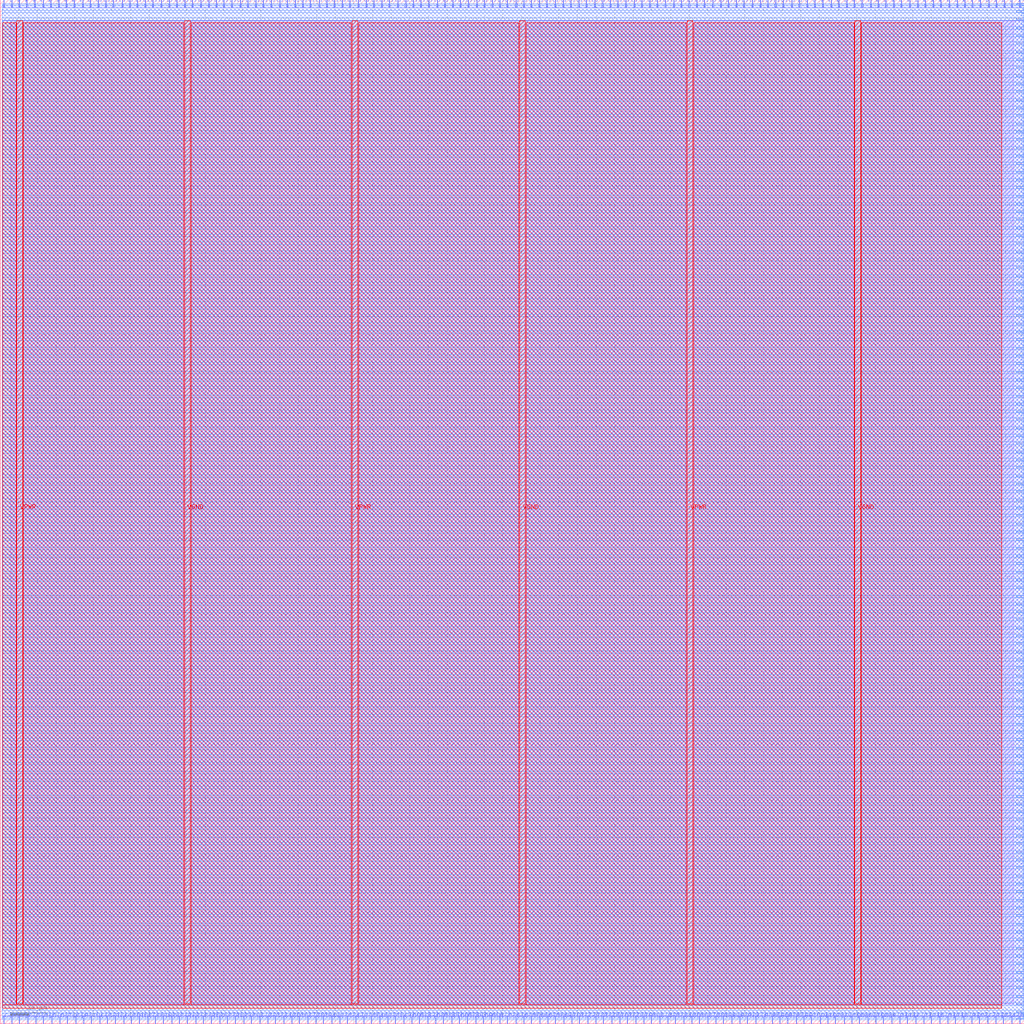
<source format=lef>
VERSION 5.7 ;
  NOWIREEXTENSIONATPIN ON ;
  DIVIDERCHAR "/" ;
  BUSBITCHARS "[]" ;
MACRO multiply_add_64x64
  CLASS BLOCK ;
  FOREIGN multiply_add_64x64 ;
  ORIGIN 0.000 0.000 ;
  SIZE 550.000 BY 550.000 ;
  PIN VGND
    DIRECTION INPUT ;
    USE GROUND ;
    PORT
      LAYER met4 ;
        RECT 98.970 10.640 102.070 538.800 ;
    END
    PORT
      LAYER met4 ;
        RECT 278.970 10.640 282.070 538.800 ;
    END
    PORT
      LAYER met4 ;
        RECT 458.970 10.640 462.070 538.800 ;
    END
  END VGND
  PIN VPWR
    DIRECTION INPUT ;
    USE POWER ;
    PORT
      LAYER met4 ;
        RECT 8.970 10.640 12.070 538.800 ;
    END
    PORT
      LAYER met4 ;
        RECT 188.970 10.640 192.070 538.800 ;
    END
    PORT
      LAYER met4 ;
        RECT 368.970 10.640 372.070 538.800 ;
    END
  END VPWR
  PIN a[0]
    DIRECTION INPUT ;
    USE SIGNAL ;
    PORT
      LAYER met3 ;
        RECT 546.000 2.080 550.000 2.680 ;
    END
  END a[0]
  PIN a[10]
    DIRECTION INPUT ;
    USE SIGNAL ;
    PORT
      LAYER met3 ;
        RECT 546.000 44.920 550.000 45.520 ;
    END
  END a[10]
  PIN a[11]
    DIRECTION INPUT ;
    USE SIGNAL ;
    PORT
      LAYER met3 ;
        RECT 546.000 49.000 550.000 49.600 ;
    END
  END a[11]
  PIN a[12]
    DIRECTION INPUT ;
    USE SIGNAL ;
    PORT
      LAYER met3 ;
        RECT 546.000 53.080 550.000 53.680 ;
    END
  END a[12]
  PIN a[13]
    DIRECTION INPUT ;
    USE SIGNAL ;
    PORT
      LAYER met3 ;
        RECT 546.000 57.840 550.000 58.440 ;
    END
  END a[13]
  PIN a[14]
    DIRECTION INPUT ;
    USE SIGNAL ;
    PORT
      LAYER met3 ;
        RECT 546.000 61.920 550.000 62.520 ;
    END
  END a[14]
  PIN a[15]
    DIRECTION INPUT ;
    USE SIGNAL ;
    PORT
      LAYER met3 ;
        RECT 546.000 66.000 550.000 66.600 ;
    END
  END a[15]
  PIN a[16]
    DIRECTION INPUT ;
    USE SIGNAL ;
    PORT
      LAYER met3 ;
        RECT 546.000 70.760 550.000 71.360 ;
    END
  END a[16]
  PIN a[17]
    DIRECTION INPUT ;
    USE SIGNAL ;
    PORT
      LAYER met3 ;
        RECT 546.000 74.840 550.000 75.440 ;
    END
  END a[17]
  PIN a[18]
    DIRECTION INPUT ;
    USE SIGNAL ;
    PORT
      LAYER met3 ;
        RECT 546.000 78.920 550.000 79.520 ;
    END
  END a[18]
  PIN a[19]
    DIRECTION INPUT ;
    USE SIGNAL ;
    PORT
      LAYER met3 ;
        RECT 546.000 83.680 550.000 84.280 ;
    END
  END a[19]
  PIN a[1]
    DIRECTION INPUT ;
    USE SIGNAL ;
    PORT
      LAYER met3 ;
        RECT 546.000 6.160 550.000 6.760 ;
    END
  END a[1]
  PIN a[20]
    DIRECTION INPUT ;
    USE SIGNAL ;
    PORT
      LAYER met3 ;
        RECT 546.000 87.760 550.000 88.360 ;
    END
  END a[20]
  PIN a[21]
    DIRECTION INPUT ;
    USE SIGNAL ;
    PORT
      LAYER met3 ;
        RECT 546.000 91.840 550.000 92.440 ;
    END
  END a[21]
  PIN a[22]
    DIRECTION INPUT ;
    USE SIGNAL ;
    PORT
      LAYER met3 ;
        RECT 546.000 96.600 550.000 97.200 ;
    END
  END a[22]
  PIN a[23]
    DIRECTION INPUT ;
    USE SIGNAL ;
    PORT
      LAYER met3 ;
        RECT 546.000 100.680 550.000 101.280 ;
    END
  END a[23]
  PIN a[24]
    DIRECTION INPUT ;
    USE SIGNAL ;
    PORT
      LAYER met3 ;
        RECT 546.000 104.760 550.000 105.360 ;
    END
  END a[24]
  PIN a[25]
    DIRECTION INPUT ;
    USE SIGNAL ;
    PORT
      LAYER met3 ;
        RECT 546.000 109.520 550.000 110.120 ;
    END
  END a[25]
  PIN a[26]
    DIRECTION INPUT ;
    USE SIGNAL ;
    PORT
      LAYER met3 ;
        RECT 546.000 113.600 550.000 114.200 ;
    END
  END a[26]
  PIN a[27]
    DIRECTION INPUT ;
    USE SIGNAL ;
    PORT
      LAYER met3 ;
        RECT 546.000 117.680 550.000 118.280 ;
    END
  END a[27]
  PIN a[28]
    DIRECTION INPUT ;
    USE SIGNAL ;
    PORT
      LAYER met3 ;
        RECT 546.000 121.760 550.000 122.360 ;
    END
  END a[28]
  PIN a[29]
    DIRECTION INPUT ;
    USE SIGNAL ;
    PORT
      LAYER met3 ;
        RECT 546.000 126.520 550.000 127.120 ;
    END
  END a[29]
  PIN a[2]
    DIRECTION INPUT ;
    USE SIGNAL ;
    PORT
      LAYER met3 ;
        RECT 546.000 10.240 550.000 10.840 ;
    END
  END a[2]
  PIN a[30]
    DIRECTION INPUT ;
    USE SIGNAL ;
    PORT
      LAYER met3 ;
        RECT 546.000 130.600 550.000 131.200 ;
    END
  END a[30]
  PIN a[31]
    DIRECTION INPUT ;
    USE SIGNAL ;
    PORT
      LAYER met3 ;
        RECT 546.000 134.680 550.000 135.280 ;
    END
  END a[31]
  PIN a[32]
    DIRECTION INPUT ;
    USE SIGNAL ;
    PORT
      LAYER met3 ;
        RECT 546.000 139.440 550.000 140.040 ;
    END
  END a[32]
  PIN a[33]
    DIRECTION INPUT ;
    USE SIGNAL ;
    PORT
      LAYER met3 ;
        RECT 546.000 143.520 550.000 144.120 ;
    END
  END a[33]
  PIN a[34]
    DIRECTION INPUT ;
    USE SIGNAL ;
    PORT
      LAYER met3 ;
        RECT 546.000 147.600 550.000 148.200 ;
    END
  END a[34]
  PIN a[35]
    DIRECTION INPUT ;
    USE SIGNAL ;
    PORT
      LAYER met3 ;
        RECT 546.000 152.360 550.000 152.960 ;
    END
  END a[35]
  PIN a[36]
    DIRECTION INPUT ;
    USE SIGNAL ;
    PORT
      LAYER met3 ;
        RECT 546.000 156.440 550.000 157.040 ;
    END
  END a[36]
  PIN a[37]
    DIRECTION INPUT ;
    USE SIGNAL ;
    PORT
      LAYER met3 ;
        RECT 546.000 160.520 550.000 161.120 ;
    END
  END a[37]
  PIN a[38]
    DIRECTION INPUT ;
    USE SIGNAL ;
    PORT
      LAYER met3 ;
        RECT 546.000 165.280 550.000 165.880 ;
    END
  END a[38]
  PIN a[39]
    DIRECTION INPUT ;
    USE SIGNAL ;
    PORT
      LAYER met3 ;
        RECT 546.000 169.360 550.000 169.960 ;
    END
  END a[39]
  PIN a[3]
    DIRECTION INPUT ;
    USE SIGNAL ;
    PORT
      LAYER met3 ;
        RECT 546.000 14.320 550.000 14.920 ;
    END
  END a[3]
  PIN a[40]
    DIRECTION INPUT ;
    USE SIGNAL ;
    PORT
      LAYER met3 ;
        RECT 546.000 173.440 550.000 174.040 ;
    END
  END a[40]
  PIN a[41]
    DIRECTION INPUT ;
    USE SIGNAL ;
    PORT
      LAYER met3 ;
        RECT 546.000 178.200 550.000 178.800 ;
    END
  END a[41]
  PIN a[42]
    DIRECTION INPUT ;
    USE SIGNAL ;
    PORT
      LAYER met3 ;
        RECT 546.000 182.280 550.000 182.880 ;
    END
  END a[42]
  PIN a[43]
    DIRECTION INPUT ;
    USE SIGNAL ;
    PORT
      LAYER met3 ;
        RECT 546.000 186.360 550.000 186.960 ;
    END
  END a[43]
  PIN a[44]
    DIRECTION INPUT ;
    USE SIGNAL ;
    PORT
      LAYER met3 ;
        RECT 546.000 191.120 550.000 191.720 ;
    END
  END a[44]
  PIN a[45]
    DIRECTION INPUT ;
    USE SIGNAL ;
    PORT
      LAYER met3 ;
        RECT 546.000 195.200 550.000 195.800 ;
    END
  END a[45]
  PIN a[46]
    DIRECTION INPUT ;
    USE SIGNAL ;
    PORT
      LAYER met3 ;
        RECT 546.000 199.280 550.000 199.880 ;
    END
  END a[46]
  PIN a[47]
    DIRECTION INPUT ;
    USE SIGNAL ;
    PORT
      LAYER met3 ;
        RECT 546.000 204.040 550.000 204.640 ;
    END
  END a[47]
  PIN a[48]
    DIRECTION INPUT ;
    USE SIGNAL ;
    PORT
      LAYER met3 ;
        RECT 546.000 208.120 550.000 208.720 ;
    END
  END a[48]
  PIN a[49]
    DIRECTION INPUT ;
    USE SIGNAL ;
    PORT
      LAYER met3 ;
        RECT 546.000 212.200 550.000 212.800 ;
    END
  END a[49]
  PIN a[4]
    DIRECTION INPUT ;
    USE SIGNAL ;
    PORT
      LAYER met3 ;
        RECT 546.000 19.080 550.000 19.680 ;
    END
  END a[4]
  PIN a[50]
    DIRECTION INPUT ;
    USE SIGNAL ;
    PORT
      LAYER met3 ;
        RECT 546.000 216.960 550.000 217.560 ;
    END
  END a[50]
  PIN a[51]
    DIRECTION INPUT ;
    USE SIGNAL ;
    PORT
      LAYER met3 ;
        RECT 546.000 221.040 550.000 221.640 ;
    END
  END a[51]
  PIN a[52]
    DIRECTION INPUT ;
    USE SIGNAL ;
    PORT
      LAYER met3 ;
        RECT 546.000 225.120 550.000 225.720 ;
    END
  END a[52]
  PIN a[53]
    DIRECTION INPUT ;
    USE SIGNAL ;
    PORT
      LAYER met3 ;
        RECT 546.000 229.200 550.000 229.800 ;
    END
  END a[53]
  PIN a[54]
    DIRECTION INPUT ;
    USE SIGNAL ;
    PORT
      LAYER met3 ;
        RECT 546.000 233.960 550.000 234.560 ;
    END
  END a[54]
  PIN a[55]
    DIRECTION INPUT ;
    USE SIGNAL ;
    PORT
      LAYER met3 ;
        RECT 546.000 238.040 550.000 238.640 ;
    END
  END a[55]
  PIN a[56]
    DIRECTION INPUT ;
    USE SIGNAL ;
    PORT
      LAYER met3 ;
        RECT 546.000 242.120 550.000 242.720 ;
    END
  END a[56]
  PIN a[57]
    DIRECTION INPUT ;
    USE SIGNAL ;
    PORT
      LAYER met3 ;
        RECT 546.000 246.880 550.000 247.480 ;
    END
  END a[57]
  PIN a[58]
    DIRECTION INPUT ;
    USE SIGNAL ;
    PORT
      LAYER met3 ;
        RECT 546.000 250.960 550.000 251.560 ;
    END
  END a[58]
  PIN a[59]
    DIRECTION INPUT ;
    USE SIGNAL ;
    PORT
      LAYER met3 ;
        RECT 546.000 255.040 550.000 255.640 ;
    END
  END a[59]
  PIN a[5]
    DIRECTION INPUT ;
    USE SIGNAL ;
    PORT
      LAYER met3 ;
        RECT 546.000 23.160 550.000 23.760 ;
    END
  END a[5]
  PIN a[60]
    DIRECTION INPUT ;
    USE SIGNAL ;
    PORT
      LAYER met3 ;
        RECT 546.000 259.800 550.000 260.400 ;
    END
  END a[60]
  PIN a[61]
    DIRECTION INPUT ;
    USE SIGNAL ;
    PORT
      LAYER met3 ;
        RECT 546.000 263.880 550.000 264.480 ;
    END
  END a[61]
  PIN a[62]
    DIRECTION INPUT ;
    USE SIGNAL ;
    PORT
      LAYER met3 ;
        RECT 546.000 267.960 550.000 268.560 ;
    END
  END a[62]
  PIN a[63]
    DIRECTION INPUT ;
    USE SIGNAL ;
    PORT
      LAYER met3 ;
        RECT 546.000 272.720 550.000 273.320 ;
    END
  END a[63]
  PIN a[6]
    DIRECTION INPUT ;
    USE SIGNAL ;
    PORT
      LAYER met3 ;
        RECT 546.000 27.240 550.000 27.840 ;
    END
  END a[6]
  PIN a[7]
    DIRECTION INPUT ;
    USE SIGNAL ;
    PORT
      LAYER met3 ;
        RECT 546.000 32.000 550.000 32.600 ;
    END
  END a[7]
  PIN a[8]
    DIRECTION INPUT ;
    USE SIGNAL ;
    PORT
      LAYER met3 ;
        RECT 546.000 36.080 550.000 36.680 ;
    END
  END a[8]
  PIN a[9]
    DIRECTION INPUT ;
    USE SIGNAL ;
    PORT
      LAYER met3 ;
        RECT 546.000 40.160 550.000 40.760 ;
    END
  END a[9]
  PIN b[0]
    DIRECTION INPUT ;
    USE SIGNAL ;
    PORT
      LAYER met3 ;
        RECT 546.000 276.800 550.000 277.400 ;
    END
  END b[0]
  PIN b[10]
    DIRECTION INPUT ;
    USE SIGNAL ;
    PORT
      LAYER met3 ;
        RECT 546.000 319.640 550.000 320.240 ;
    END
  END b[10]
  PIN b[11]
    DIRECTION INPUT ;
    USE SIGNAL ;
    PORT
      LAYER met3 ;
        RECT 546.000 324.400 550.000 325.000 ;
    END
  END b[11]
  PIN b[12]
    DIRECTION INPUT ;
    USE SIGNAL ;
    PORT
      LAYER met3 ;
        RECT 546.000 328.480 550.000 329.080 ;
    END
  END b[12]
  PIN b[13]
    DIRECTION INPUT ;
    USE SIGNAL ;
    PORT
      LAYER met3 ;
        RECT 546.000 332.560 550.000 333.160 ;
    END
  END b[13]
  PIN b[14]
    DIRECTION INPUT ;
    USE SIGNAL ;
    PORT
      LAYER met3 ;
        RECT 546.000 336.640 550.000 337.240 ;
    END
  END b[14]
  PIN b[15]
    DIRECTION INPUT ;
    USE SIGNAL ;
    PORT
      LAYER met3 ;
        RECT 546.000 341.400 550.000 342.000 ;
    END
  END b[15]
  PIN b[16]
    DIRECTION INPUT ;
    USE SIGNAL ;
    PORT
      LAYER met3 ;
        RECT 546.000 345.480 550.000 346.080 ;
    END
  END b[16]
  PIN b[17]
    DIRECTION INPUT ;
    USE SIGNAL ;
    PORT
      LAYER met3 ;
        RECT 546.000 349.560 550.000 350.160 ;
    END
  END b[17]
  PIN b[18]
    DIRECTION INPUT ;
    USE SIGNAL ;
    PORT
      LAYER met3 ;
        RECT 546.000 354.320 550.000 354.920 ;
    END
  END b[18]
  PIN b[19]
    DIRECTION INPUT ;
    USE SIGNAL ;
    PORT
      LAYER met3 ;
        RECT 546.000 358.400 550.000 359.000 ;
    END
  END b[19]
  PIN b[1]
    DIRECTION INPUT ;
    USE SIGNAL ;
    PORT
      LAYER met3 ;
        RECT 546.000 280.880 550.000 281.480 ;
    END
  END b[1]
  PIN b[20]
    DIRECTION INPUT ;
    USE SIGNAL ;
    PORT
      LAYER met3 ;
        RECT 546.000 362.480 550.000 363.080 ;
    END
  END b[20]
  PIN b[21]
    DIRECTION INPUT ;
    USE SIGNAL ;
    PORT
      LAYER met3 ;
        RECT 546.000 367.240 550.000 367.840 ;
    END
  END b[21]
  PIN b[22]
    DIRECTION INPUT ;
    USE SIGNAL ;
    PORT
      LAYER met3 ;
        RECT 546.000 371.320 550.000 371.920 ;
    END
  END b[22]
  PIN b[23]
    DIRECTION INPUT ;
    USE SIGNAL ;
    PORT
      LAYER met3 ;
        RECT 546.000 375.400 550.000 376.000 ;
    END
  END b[23]
  PIN b[24]
    DIRECTION INPUT ;
    USE SIGNAL ;
    PORT
      LAYER met3 ;
        RECT 546.000 380.160 550.000 380.760 ;
    END
  END b[24]
  PIN b[25]
    DIRECTION INPUT ;
    USE SIGNAL ;
    PORT
      LAYER met3 ;
        RECT 546.000 384.240 550.000 384.840 ;
    END
  END b[25]
  PIN b[26]
    DIRECTION INPUT ;
    USE SIGNAL ;
    PORT
      LAYER met3 ;
        RECT 546.000 388.320 550.000 388.920 ;
    END
  END b[26]
  PIN b[27]
    DIRECTION INPUT ;
    USE SIGNAL ;
    PORT
      LAYER met3 ;
        RECT 546.000 393.080 550.000 393.680 ;
    END
  END b[27]
  PIN b[28]
    DIRECTION INPUT ;
    USE SIGNAL ;
    PORT
      LAYER met3 ;
        RECT 546.000 397.160 550.000 397.760 ;
    END
  END b[28]
  PIN b[29]
    DIRECTION INPUT ;
    USE SIGNAL ;
    PORT
      LAYER met3 ;
        RECT 546.000 401.240 550.000 401.840 ;
    END
  END b[29]
  PIN b[2]
    DIRECTION INPUT ;
    USE SIGNAL ;
    PORT
      LAYER met3 ;
        RECT 546.000 285.640 550.000 286.240 ;
    END
  END b[2]
  PIN b[30]
    DIRECTION INPUT ;
    USE SIGNAL ;
    PORT
      LAYER met3 ;
        RECT 546.000 406.000 550.000 406.600 ;
    END
  END b[30]
  PIN b[31]
    DIRECTION INPUT ;
    USE SIGNAL ;
    PORT
      LAYER met3 ;
        RECT 546.000 410.080 550.000 410.680 ;
    END
  END b[31]
  PIN b[32]
    DIRECTION INPUT ;
    USE SIGNAL ;
    PORT
      LAYER met3 ;
        RECT 546.000 414.160 550.000 414.760 ;
    END
  END b[32]
  PIN b[33]
    DIRECTION INPUT ;
    USE SIGNAL ;
    PORT
      LAYER met3 ;
        RECT 546.000 418.920 550.000 419.520 ;
    END
  END b[33]
  PIN b[34]
    DIRECTION INPUT ;
    USE SIGNAL ;
    PORT
      LAYER met3 ;
        RECT 546.000 423.000 550.000 423.600 ;
    END
  END b[34]
  PIN b[35]
    DIRECTION INPUT ;
    USE SIGNAL ;
    PORT
      LAYER met3 ;
        RECT 546.000 427.080 550.000 427.680 ;
    END
  END b[35]
  PIN b[36]
    DIRECTION INPUT ;
    USE SIGNAL ;
    PORT
      LAYER met3 ;
        RECT 546.000 431.840 550.000 432.440 ;
    END
  END b[36]
  PIN b[37]
    DIRECTION INPUT ;
    USE SIGNAL ;
    PORT
      LAYER met3 ;
        RECT 546.000 435.920 550.000 436.520 ;
    END
  END b[37]
  PIN b[38]
    DIRECTION INPUT ;
    USE SIGNAL ;
    PORT
      LAYER met3 ;
        RECT 546.000 440.000 550.000 440.600 ;
    END
  END b[38]
  PIN b[39]
    DIRECTION INPUT ;
    USE SIGNAL ;
    PORT
      LAYER met3 ;
        RECT 546.000 444.080 550.000 444.680 ;
    END
  END b[39]
  PIN b[3]
    DIRECTION INPUT ;
    USE SIGNAL ;
    PORT
      LAYER met3 ;
        RECT 546.000 289.720 550.000 290.320 ;
    END
  END b[3]
  PIN b[40]
    DIRECTION INPUT ;
    USE SIGNAL ;
    PORT
      LAYER met3 ;
        RECT 546.000 448.840 550.000 449.440 ;
    END
  END b[40]
  PIN b[41]
    DIRECTION INPUT ;
    USE SIGNAL ;
    PORT
      LAYER met3 ;
        RECT 546.000 452.920 550.000 453.520 ;
    END
  END b[41]
  PIN b[42]
    DIRECTION INPUT ;
    USE SIGNAL ;
    PORT
      LAYER met3 ;
        RECT 546.000 457.000 550.000 457.600 ;
    END
  END b[42]
  PIN b[43]
    DIRECTION INPUT ;
    USE SIGNAL ;
    PORT
      LAYER met3 ;
        RECT 546.000 461.760 550.000 462.360 ;
    END
  END b[43]
  PIN b[44]
    DIRECTION INPUT ;
    USE SIGNAL ;
    PORT
      LAYER met3 ;
        RECT 546.000 465.840 550.000 466.440 ;
    END
  END b[44]
  PIN b[45]
    DIRECTION INPUT ;
    USE SIGNAL ;
    PORT
      LAYER met3 ;
        RECT 546.000 469.920 550.000 470.520 ;
    END
  END b[45]
  PIN b[46]
    DIRECTION INPUT ;
    USE SIGNAL ;
    PORT
      LAYER met3 ;
        RECT 546.000 474.680 550.000 475.280 ;
    END
  END b[46]
  PIN b[47]
    DIRECTION INPUT ;
    USE SIGNAL ;
    PORT
      LAYER met3 ;
        RECT 546.000 478.760 550.000 479.360 ;
    END
  END b[47]
  PIN b[48]
    DIRECTION INPUT ;
    USE SIGNAL ;
    PORT
      LAYER met3 ;
        RECT 546.000 482.840 550.000 483.440 ;
    END
  END b[48]
  PIN b[49]
    DIRECTION INPUT ;
    USE SIGNAL ;
    PORT
      LAYER met3 ;
        RECT 546.000 487.600 550.000 488.200 ;
    END
  END b[49]
  PIN b[4]
    DIRECTION INPUT ;
    USE SIGNAL ;
    PORT
      LAYER met3 ;
        RECT 546.000 293.800 550.000 294.400 ;
    END
  END b[4]
  PIN b[50]
    DIRECTION INPUT ;
    USE SIGNAL ;
    PORT
      LAYER met3 ;
        RECT 546.000 491.680 550.000 492.280 ;
    END
  END b[50]
  PIN b[51]
    DIRECTION INPUT ;
    USE SIGNAL ;
    PORT
      LAYER met3 ;
        RECT 546.000 495.760 550.000 496.360 ;
    END
  END b[51]
  PIN b[52]
    DIRECTION INPUT ;
    USE SIGNAL ;
    PORT
      LAYER met3 ;
        RECT 546.000 500.520 550.000 501.120 ;
    END
  END b[52]
  PIN b[53]
    DIRECTION INPUT ;
    USE SIGNAL ;
    PORT
      LAYER met3 ;
        RECT 546.000 504.600 550.000 505.200 ;
    END
  END b[53]
  PIN b[54]
    DIRECTION INPUT ;
    USE SIGNAL ;
    PORT
      LAYER met3 ;
        RECT 546.000 508.680 550.000 509.280 ;
    END
  END b[54]
  PIN b[55]
    DIRECTION INPUT ;
    USE SIGNAL ;
    PORT
      LAYER met3 ;
        RECT 546.000 513.440 550.000 514.040 ;
    END
  END b[55]
  PIN b[56]
    DIRECTION INPUT ;
    USE SIGNAL ;
    PORT
      LAYER met3 ;
        RECT 546.000 517.520 550.000 518.120 ;
    END
  END b[56]
  PIN b[57]
    DIRECTION INPUT ;
    USE SIGNAL ;
    PORT
      LAYER met3 ;
        RECT 546.000 521.600 550.000 522.200 ;
    END
  END b[57]
  PIN b[58]
    DIRECTION INPUT ;
    USE SIGNAL ;
    PORT
      LAYER met3 ;
        RECT 546.000 526.360 550.000 526.960 ;
    END
  END b[58]
  PIN b[59]
    DIRECTION INPUT ;
    USE SIGNAL ;
    PORT
      LAYER met3 ;
        RECT 546.000 530.440 550.000 531.040 ;
    END
  END b[59]
  PIN b[5]
    DIRECTION INPUT ;
    USE SIGNAL ;
    PORT
      LAYER met3 ;
        RECT 546.000 298.560 550.000 299.160 ;
    END
  END b[5]
  PIN b[60]
    DIRECTION INPUT ;
    USE SIGNAL ;
    PORT
      LAYER met3 ;
        RECT 546.000 534.520 550.000 535.120 ;
    END
  END b[60]
  PIN b[61]
    DIRECTION INPUT ;
    USE SIGNAL ;
    PORT
      LAYER met3 ;
        RECT 546.000 539.280 550.000 539.880 ;
    END
  END b[61]
  PIN b[62]
    DIRECTION INPUT ;
    USE SIGNAL ;
    PORT
      LAYER met3 ;
        RECT 546.000 543.360 550.000 543.960 ;
    END
  END b[62]
  PIN b[63]
    DIRECTION INPUT ;
    USE SIGNAL ;
    PORT
      LAYER met3 ;
        RECT 546.000 547.440 550.000 548.040 ;
    END
  END b[63]
  PIN b[6]
    DIRECTION INPUT ;
    USE SIGNAL ;
    PORT
      LAYER met3 ;
        RECT 546.000 302.640 550.000 303.240 ;
    END
  END b[6]
  PIN b[7]
    DIRECTION INPUT ;
    USE SIGNAL ;
    PORT
      LAYER met3 ;
        RECT 546.000 306.720 550.000 307.320 ;
    END
  END b[7]
  PIN b[8]
    DIRECTION INPUT ;
    USE SIGNAL ;
    PORT
      LAYER met3 ;
        RECT 546.000 311.480 550.000 312.080 ;
    END
  END b[8]
  PIN b[9]
    DIRECTION INPUT ;
    USE SIGNAL ;
    PORT
      LAYER met3 ;
        RECT 546.000 315.560 550.000 316.160 ;
    END
  END b[9]
  PIN c[0]
    DIRECTION INPUT ;
    USE SIGNAL ;
    PORT
      LAYER met2 ;
        RECT 1.930 0.000 2.210 4.000 ;
    END
  END c[0]
  PIN c[100]
    DIRECTION INPUT ;
    USE SIGNAL ;
    PORT
      LAYER met2 ;
        RECT 431.570 0.000 431.850 4.000 ;
    END
  END c[100]
  PIN c[101]
    DIRECTION INPUT ;
    USE SIGNAL ;
    PORT
      LAYER met2 ;
        RECT 435.710 0.000 435.990 4.000 ;
    END
  END c[101]
  PIN c[102]
    DIRECTION INPUT ;
    USE SIGNAL ;
    PORT
      LAYER met2 ;
        RECT 440.310 0.000 440.590 4.000 ;
    END
  END c[102]
  PIN c[103]
    DIRECTION INPUT ;
    USE SIGNAL ;
    PORT
      LAYER met2 ;
        RECT 444.450 0.000 444.730 4.000 ;
    END
  END c[103]
  PIN c[104]
    DIRECTION INPUT ;
    USE SIGNAL ;
    PORT
      LAYER met2 ;
        RECT 448.590 0.000 448.870 4.000 ;
    END
  END c[104]
  PIN c[105]
    DIRECTION INPUT ;
    USE SIGNAL ;
    PORT
      LAYER met2 ;
        RECT 453.190 0.000 453.470 4.000 ;
    END
  END c[105]
  PIN c[106]
    DIRECTION INPUT ;
    USE SIGNAL ;
    PORT
      LAYER met2 ;
        RECT 457.330 0.000 457.610 4.000 ;
    END
  END c[106]
  PIN c[107]
    DIRECTION INPUT ;
    USE SIGNAL ;
    PORT
      LAYER met2 ;
        RECT 461.470 0.000 461.750 4.000 ;
    END
  END c[107]
  PIN c[108]
    DIRECTION INPUT ;
    USE SIGNAL ;
    PORT
      LAYER met2 ;
        RECT 466.070 0.000 466.350 4.000 ;
    END
  END c[108]
  PIN c[109]
    DIRECTION INPUT ;
    USE SIGNAL ;
    PORT
      LAYER met2 ;
        RECT 470.210 0.000 470.490 4.000 ;
    END
  END c[109]
  PIN c[10]
    DIRECTION INPUT ;
    USE SIGNAL ;
    PORT
      LAYER met2 ;
        RECT 44.710 0.000 44.990 4.000 ;
    END
  END c[10]
  PIN c[110]
    DIRECTION INPUT ;
    USE SIGNAL ;
    PORT
      LAYER met2 ;
        RECT 474.350 0.000 474.630 4.000 ;
    END
  END c[110]
  PIN c[111]
    DIRECTION INPUT ;
    USE SIGNAL ;
    PORT
      LAYER met2 ;
        RECT 478.950 0.000 479.230 4.000 ;
    END
  END c[111]
  PIN c[112]
    DIRECTION INPUT ;
    USE SIGNAL ;
    PORT
      LAYER met2 ;
        RECT 483.090 0.000 483.370 4.000 ;
    END
  END c[112]
  PIN c[113]
    DIRECTION INPUT ;
    USE SIGNAL ;
    PORT
      LAYER met2 ;
        RECT 487.230 0.000 487.510 4.000 ;
    END
  END c[113]
  PIN c[114]
    DIRECTION INPUT ;
    USE SIGNAL ;
    PORT
      LAYER met2 ;
        RECT 491.830 0.000 492.110 4.000 ;
    END
  END c[114]
  PIN c[115]
    DIRECTION INPUT ;
    USE SIGNAL ;
    PORT
      LAYER met2 ;
        RECT 495.970 0.000 496.250 4.000 ;
    END
  END c[115]
  PIN c[116]
    DIRECTION INPUT ;
    USE SIGNAL ;
    PORT
      LAYER met2 ;
        RECT 500.110 0.000 500.390 4.000 ;
    END
  END c[116]
  PIN c[117]
    DIRECTION INPUT ;
    USE SIGNAL ;
    PORT
      LAYER met2 ;
        RECT 504.710 0.000 504.990 4.000 ;
    END
  END c[117]
  PIN c[118]
    DIRECTION INPUT ;
    USE SIGNAL ;
    PORT
      LAYER met2 ;
        RECT 508.850 0.000 509.130 4.000 ;
    END
  END c[118]
  PIN c[119]
    DIRECTION INPUT ;
    USE SIGNAL ;
    PORT
      LAYER met2 ;
        RECT 512.990 0.000 513.270 4.000 ;
    END
  END c[119]
  PIN c[11]
    DIRECTION INPUT ;
    USE SIGNAL ;
    PORT
      LAYER met2 ;
        RECT 48.850 0.000 49.130 4.000 ;
    END
  END c[11]
  PIN c[120]
    DIRECTION INPUT ;
    USE SIGNAL ;
    PORT
      LAYER met2 ;
        RECT 517.590 0.000 517.870 4.000 ;
    END
  END c[120]
  PIN c[121]
    DIRECTION INPUT ;
    USE SIGNAL ;
    PORT
      LAYER met2 ;
        RECT 521.730 0.000 522.010 4.000 ;
    END
  END c[121]
  PIN c[122]
    DIRECTION INPUT ;
    USE SIGNAL ;
    PORT
      LAYER met2 ;
        RECT 525.870 0.000 526.150 4.000 ;
    END
  END c[122]
  PIN c[123]
    DIRECTION INPUT ;
    USE SIGNAL ;
    PORT
      LAYER met2 ;
        RECT 530.470 0.000 530.750 4.000 ;
    END
  END c[123]
  PIN c[124]
    DIRECTION INPUT ;
    USE SIGNAL ;
    PORT
      LAYER met2 ;
        RECT 534.610 0.000 534.890 4.000 ;
    END
  END c[124]
  PIN c[125]
    DIRECTION INPUT ;
    USE SIGNAL ;
    PORT
      LAYER met2 ;
        RECT 538.750 0.000 539.030 4.000 ;
    END
  END c[125]
  PIN c[126]
    DIRECTION INPUT ;
    USE SIGNAL ;
    PORT
      LAYER met2 ;
        RECT 543.350 0.000 543.630 4.000 ;
    END
  END c[126]
  PIN c[127]
    DIRECTION INPUT ;
    USE SIGNAL ;
    PORT
      LAYER met2 ;
        RECT 547.490 0.000 547.770 4.000 ;
    END
  END c[127]
  PIN c[12]
    DIRECTION INPUT ;
    USE SIGNAL ;
    PORT
      LAYER met2 ;
        RECT 53.450 0.000 53.730 4.000 ;
    END
  END c[12]
  PIN c[13]
    DIRECTION INPUT ;
    USE SIGNAL ;
    PORT
      LAYER met2 ;
        RECT 57.590 0.000 57.870 4.000 ;
    END
  END c[13]
  PIN c[14]
    DIRECTION INPUT ;
    USE SIGNAL ;
    PORT
      LAYER met2 ;
        RECT 61.730 0.000 62.010 4.000 ;
    END
  END c[14]
  PIN c[15]
    DIRECTION INPUT ;
    USE SIGNAL ;
    PORT
      LAYER met2 ;
        RECT 66.330 0.000 66.610 4.000 ;
    END
  END c[15]
  PIN c[16]
    DIRECTION INPUT ;
    USE SIGNAL ;
    PORT
      LAYER met2 ;
        RECT 70.470 0.000 70.750 4.000 ;
    END
  END c[16]
  PIN c[17]
    DIRECTION INPUT ;
    USE SIGNAL ;
    PORT
      LAYER met2 ;
        RECT 74.610 0.000 74.890 4.000 ;
    END
  END c[17]
  PIN c[18]
    DIRECTION INPUT ;
    USE SIGNAL ;
    PORT
      LAYER met2 ;
        RECT 79.210 0.000 79.490 4.000 ;
    END
  END c[18]
  PIN c[19]
    DIRECTION INPUT ;
    USE SIGNAL ;
    PORT
      LAYER met2 ;
        RECT 83.350 0.000 83.630 4.000 ;
    END
  END c[19]
  PIN c[1]
    DIRECTION INPUT ;
    USE SIGNAL ;
    PORT
      LAYER met2 ;
        RECT 6.070 0.000 6.350 4.000 ;
    END
  END c[1]
  PIN c[20]
    DIRECTION INPUT ;
    USE SIGNAL ;
    PORT
      LAYER met2 ;
        RECT 87.490 0.000 87.770 4.000 ;
    END
  END c[20]
  PIN c[21]
    DIRECTION INPUT ;
    USE SIGNAL ;
    PORT
      LAYER met2 ;
        RECT 92.090 0.000 92.370 4.000 ;
    END
  END c[21]
  PIN c[22]
    DIRECTION INPUT ;
    USE SIGNAL ;
    PORT
      LAYER met2 ;
        RECT 96.230 0.000 96.510 4.000 ;
    END
  END c[22]
  PIN c[23]
    DIRECTION INPUT ;
    USE SIGNAL ;
    PORT
      LAYER met2 ;
        RECT 100.370 0.000 100.650 4.000 ;
    END
  END c[23]
  PIN c[24]
    DIRECTION INPUT ;
    USE SIGNAL ;
    PORT
      LAYER met2 ;
        RECT 104.970 0.000 105.250 4.000 ;
    END
  END c[24]
  PIN c[25]
    DIRECTION INPUT ;
    USE SIGNAL ;
    PORT
      LAYER met2 ;
        RECT 109.110 0.000 109.390 4.000 ;
    END
  END c[25]
  PIN c[26]
    DIRECTION INPUT ;
    USE SIGNAL ;
    PORT
      LAYER met2 ;
        RECT 113.250 0.000 113.530 4.000 ;
    END
  END c[26]
  PIN c[27]
    DIRECTION INPUT ;
    USE SIGNAL ;
    PORT
      LAYER met2 ;
        RECT 117.850 0.000 118.130 4.000 ;
    END
  END c[27]
  PIN c[28]
    DIRECTION INPUT ;
    USE SIGNAL ;
    PORT
      LAYER met2 ;
        RECT 121.990 0.000 122.270 4.000 ;
    END
  END c[28]
  PIN c[29]
    DIRECTION INPUT ;
    USE SIGNAL ;
    PORT
      LAYER met2 ;
        RECT 126.130 0.000 126.410 4.000 ;
    END
  END c[29]
  PIN c[2]
    DIRECTION INPUT ;
    USE SIGNAL ;
    PORT
      LAYER met2 ;
        RECT 10.210 0.000 10.490 4.000 ;
    END
  END c[2]
  PIN c[30]
    DIRECTION INPUT ;
    USE SIGNAL ;
    PORT
      LAYER met2 ;
        RECT 130.730 0.000 131.010 4.000 ;
    END
  END c[30]
  PIN c[31]
    DIRECTION INPUT ;
    USE SIGNAL ;
    PORT
      LAYER met2 ;
        RECT 134.870 0.000 135.150 4.000 ;
    END
  END c[31]
  PIN c[32]
    DIRECTION INPUT ;
    USE SIGNAL ;
    PORT
      LAYER met2 ;
        RECT 139.470 0.000 139.750 4.000 ;
    END
  END c[32]
  PIN c[33]
    DIRECTION INPUT ;
    USE SIGNAL ;
    PORT
      LAYER met2 ;
        RECT 143.610 0.000 143.890 4.000 ;
    END
  END c[33]
  PIN c[34]
    DIRECTION INPUT ;
    USE SIGNAL ;
    PORT
      LAYER met2 ;
        RECT 147.750 0.000 148.030 4.000 ;
    END
  END c[34]
  PIN c[35]
    DIRECTION INPUT ;
    USE SIGNAL ;
    PORT
      LAYER met2 ;
        RECT 152.350 0.000 152.630 4.000 ;
    END
  END c[35]
  PIN c[36]
    DIRECTION INPUT ;
    USE SIGNAL ;
    PORT
      LAYER met2 ;
        RECT 156.490 0.000 156.770 4.000 ;
    END
  END c[36]
  PIN c[37]
    DIRECTION INPUT ;
    USE SIGNAL ;
    PORT
      LAYER met2 ;
        RECT 160.630 0.000 160.910 4.000 ;
    END
  END c[37]
  PIN c[38]
    DIRECTION INPUT ;
    USE SIGNAL ;
    PORT
      LAYER met2 ;
        RECT 165.230 0.000 165.510 4.000 ;
    END
  END c[38]
  PIN c[39]
    DIRECTION INPUT ;
    USE SIGNAL ;
    PORT
      LAYER met2 ;
        RECT 169.370 0.000 169.650 4.000 ;
    END
  END c[39]
  PIN c[3]
    DIRECTION INPUT ;
    USE SIGNAL ;
    PORT
      LAYER met2 ;
        RECT 14.810 0.000 15.090 4.000 ;
    END
  END c[3]
  PIN c[40]
    DIRECTION INPUT ;
    USE SIGNAL ;
    PORT
      LAYER met2 ;
        RECT 173.510 0.000 173.790 4.000 ;
    END
  END c[40]
  PIN c[41]
    DIRECTION INPUT ;
    USE SIGNAL ;
    PORT
      LAYER met2 ;
        RECT 178.110 0.000 178.390 4.000 ;
    END
  END c[41]
  PIN c[42]
    DIRECTION INPUT ;
    USE SIGNAL ;
    PORT
      LAYER met2 ;
        RECT 182.250 0.000 182.530 4.000 ;
    END
  END c[42]
  PIN c[43]
    DIRECTION INPUT ;
    USE SIGNAL ;
    PORT
      LAYER met2 ;
        RECT 186.390 0.000 186.670 4.000 ;
    END
  END c[43]
  PIN c[44]
    DIRECTION INPUT ;
    USE SIGNAL ;
    PORT
      LAYER met2 ;
        RECT 190.990 0.000 191.270 4.000 ;
    END
  END c[44]
  PIN c[45]
    DIRECTION INPUT ;
    USE SIGNAL ;
    PORT
      LAYER met2 ;
        RECT 195.130 0.000 195.410 4.000 ;
    END
  END c[45]
  PIN c[46]
    DIRECTION INPUT ;
    USE SIGNAL ;
    PORT
      LAYER met2 ;
        RECT 199.270 0.000 199.550 4.000 ;
    END
  END c[46]
  PIN c[47]
    DIRECTION INPUT ;
    USE SIGNAL ;
    PORT
      LAYER met2 ;
        RECT 203.870 0.000 204.150 4.000 ;
    END
  END c[47]
  PIN c[48]
    DIRECTION INPUT ;
    USE SIGNAL ;
    PORT
      LAYER met2 ;
        RECT 208.010 0.000 208.290 4.000 ;
    END
  END c[48]
  PIN c[49]
    DIRECTION INPUT ;
    USE SIGNAL ;
    PORT
      LAYER met2 ;
        RECT 212.150 0.000 212.430 4.000 ;
    END
  END c[49]
  PIN c[4]
    DIRECTION INPUT ;
    USE SIGNAL ;
    PORT
      LAYER met2 ;
        RECT 18.950 0.000 19.230 4.000 ;
    END
  END c[4]
  PIN c[50]
    DIRECTION INPUT ;
    USE SIGNAL ;
    PORT
      LAYER met2 ;
        RECT 216.750 0.000 217.030 4.000 ;
    END
  END c[50]
  PIN c[51]
    DIRECTION INPUT ;
    USE SIGNAL ;
    PORT
      LAYER met2 ;
        RECT 220.890 0.000 221.170 4.000 ;
    END
  END c[51]
  PIN c[52]
    DIRECTION INPUT ;
    USE SIGNAL ;
    PORT
      LAYER met2 ;
        RECT 225.030 0.000 225.310 4.000 ;
    END
  END c[52]
  PIN c[53]
    DIRECTION INPUT ;
    USE SIGNAL ;
    PORT
      LAYER met2 ;
        RECT 229.630 0.000 229.910 4.000 ;
    END
  END c[53]
  PIN c[54]
    DIRECTION INPUT ;
    USE SIGNAL ;
    PORT
      LAYER met2 ;
        RECT 233.770 0.000 234.050 4.000 ;
    END
  END c[54]
  PIN c[55]
    DIRECTION INPUT ;
    USE SIGNAL ;
    PORT
      LAYER met2 ;
        RECT 237.910 0.000 238.190 4.000 ;
    END
  END c[55]
  PIN c[56]
    DIRECTION INPUT ;
    USE SIGNAL ;
    PORT
      LAYER met2 ;
        RECT 242.510 0.000 242.790 4.000 ;
    END
  END c[56]
  PIN c[57]
    DIRECTION INPUT ;
    USE SIGNAL ;
    PORT
      LAYER met2 ;
        RECT 246.650 0.000 246.930 4.000 ;
    END
  END c[57]
  PIN c[58]
    DIRECTION INPUT ;
    USE SIGNAL ;
    PORT
      LAYER met2 ;
        RECT 250.790 0.000 251.070 4.000 ;
    END
  END c[58]
  PIN c[59]
    DIRECTION INPUT ;
    USE SIGNAL ;
    PORT
      LAYER met2 ;
        RECT 255.390 0.000 255.670 4.000 ;
    END
  END c[59]
  PIN c[5]
    DIRECTION INPUT ;
    USE SIGNAL ;
    PORT
      LAYER met2 ;
        RECT 23.090 0.000 23.370 4.000 ;
    END
  END c[5]
  PIN c[60]
    DIRECTION INPUT ;
    USE SIGNAL ;
    PORT
      LAYER met2 ;
        RECT 259.530 0.000 259.810 4.000 ;
    END
  END c[60]
  PIN c[61]
    DIRECTION INPUT ;
    USE SIGNAL ;
    PORT
      LAYER met2 ;
        RECT 263.670 0.000 263.950 4.000 ;
    END
  END c[61]
  PIN c[62]
    DIRECTION INPUT ;
    USE SIGNAL ;
    PORT
      LAYER met2 ;
        RECT 268.270 0.000 268.550 4.000 ;
    END
  END c[62]
  PIN c[63]
    DIRECTION INPUT ;
    USE SIGNAL ;
    PORT
      LAYER met2 ;
        RECT 272.410 0.000 272.690 4.000 ;
    END
  END c[63]
  PIN c[64]
    DIRECTION INPUT ;
    USE SIGNAL ;
    PORT
      LAYER met2 ;
        RECT 277.010 0.000 277.290 4.000 ;
    END
  END c[64]
  PIN c[65]
    DIRECTION INPUT ;
    USE SIGNAL ;
    PORT
      LAYER met2 ;
        RECT 281.150 0.000 281.430 4.000 ;
    END
  END c[65]
  PIN c[66]
    DIRECTION INPUT ;
    USE SIGNAL ;
    PORT
      LAYER met2 ;
        RECT 285.290 0.000 285.570 4.000 ;
    END
  END c[66]
  PIN c[67]
    DIRECTION INPUT ;
    USE SIGNAL ;
    PORT
      LAYER met2 ;
        RECT 289.890 0.000 290.170 4.000 ;
    END
  END c[67]
  PIN c[68]
    DIRECTION INPUT ;
    USE SIGNAL ;
    PORT
      LAYER met2 ;
        RECT 294.030 0.000 294.310 4.000 ;
    END
  END c[68]
  PIN c[69]
    DIRECTION INPUT ;
    USE SIGNAL ;
    PORT
      LAYER met2 ;
        RECT 298.170 0.000 298.450 4.000 ;
    END
  END c[69]
  PIN c[6]
    DIRECTION INPUT ;
    USE SIGNAL ;
    PORT
      LAYER met2 ;
        RECT 27.690 0.000 27.970 4.000 ;
    END
  END c[6]
  PIN c[70]
    DIRECTION INPUT ;
    USE SIGNAL ;
    PORT
      LAYER met2 ;
        RECT 302.770 0.000 303.050 4.000 ;
    END
  END c[70]
  PIN c[71]
    DIRECTION INPUT ;
    USE SIGNAL ;
    PORT
      LAYER met2 ;
        RECT 306.910 0.000 307.190 4.000 ;
    END
  END c[71]
  PIN c[72]
    DIRECTION INPUT ;
    USE SIGNAL ;
    PORT
      LAYER met2 ;
        RECT 311.050 0.000 311.330 4.000 ;
    END
  END c[72]
  PIN c[73]
    DIRECTION INPUT ;
    USE SIGNAL ;
    PORT
      LAYER met2 ;
        RECT 315.650 0.000 315.930 4.000 ;
    END
  END c[73]
  PIN c[74]
    DIRECTION INPUT ;
    USE SIGNAL ;
    PORT
      LAYER met2 ;
        RECT 319.790 0.000 320.070 4.000 ;
    END
  END c[74]
  PIN c[75]
    DIRECTION INPUT ;
    USE SIGNAL ;
    PORT
      LAYER met2 ;
        RECT 323.930 0.000 324.210 4.000 ;
    END
  END c[75]
  PIN c[76]
    DIRECTION INPUT ;
    USE SIGNAL ;
    PORT
      LAYER met2 ;
        RECT 328.530 0.000 328.810 4.000 ;
    END
  END c[76]
  PIN c[77]
    DIRECTION INPUT ;
    USE SIGNAL ;
    PORT
      LAYER met2 ;
        RECT 332.670 0.000 332.950 4.000 ;
    END
  END c[77]
  PIN c[78]
    DIRECTION INPUT ;
    USE SIGNAL ;
    PORT
      LAYER met2 ;
        RECT 336.810 0.000 337.090 4.000 ;
    END
  END c[78]
  PIN c[79]
    DIRECTION INPUT ;
    USE SIGNAL ;
    PORT
      LAYER met2 ;
        RECT 341.410 0.000 341.690 4.000 ;
    END
  END c[79]
  PIN c[7]
    DIRECTION INPUT ;
    USE SIGNAL ;
    PORT
      LAYER met2 ;
        RECT 31.830 0.000 32.110 4.000 ;
    END
  END c[7]
  PIN c[80]
    DIRECTION INPUT ;
    USE SIGNAL ;
    PORT
      LAYER met2 ;
        RECT 345.550 0.000 345.830 4.000 ;
    END
  END c[80]
  PIN c[81]
    DIRECTION INPUT ;
    USE SIGNAL ;
    PORT
      LAYER met2 ;
        RECT 349.690 0.000 349.970 4.000 ;
    END
  END c[81]
  PIN c[82]
    DIRECTION INPUT ;
    USE SIGNAL ;
    PORT
      LAYER met2 ;
        RECT 354.290 0.000 354.570 4.000 ;
    END
  END c[82]
  PIN c[83]
    DIRECTION INPUT ;
    USE SIGNAL ;
    PORT
      LAYER met2 ;
        RECT 358.430 0.000 358.710 4.000 ;
    END
  END c[83]
  PIN c[84]
    DIRECTION INPUT ;
    USE SIGNAL ;
    PORT
      LAYER met2 ;
        RECT 362.570 0.000 362.850 4.000 ;
    END
  END c[84]
  PIN c[85]
    DIRECTION INPUT ;
    USE SIGNAL ;
    PORT
      LAYER met2 ;
        RECT 367.170 0.000 367.450 4.000 ;
    END
  END c[85]
  PIN c[86]
    DIRECTION INPUT ;
    USE SIGNAL ;
    PORT
      LAYER met2 ;
        RECT 371.310 0.000 371.590 4.000 ;
    END
  END c[86]
  PIN c[87]
    DIRECTION INPUT ;
    USE SIGNAL ;
    PORT
      LAYER met2 ;
        RECT 375.450 0.000 375.730 4.000 ;
    END
  END c[87]
  PIN c[88]
    DIRECTION INPUT ;
    USE SIGNAL ;
    PORT
      LAYER met2 ;
        RECT 380.050 0.000 380.330 4.000 ;
    END
  END c[88]
  PIN c[89]
    DIRECTION INPUT ;
    USE SIGNAL ;
    PORT
      LAYER met2 ;
        RECT 384.190 0.000 384.470 4.000 ;
    END
  END c[89]
  PIN c[8]
    DIRECTION INPUT ;
    USE SIGNAL ;
    PORT
      LAYER met2 ;
        RECT 35.970 0.000 36.250 4.000 ;
    END
  END c[8]
  PIN c[90]
    DIRECTION INPUT ;
    USE SIGNAL ;
    PORT
      LAYER met2 ;
        RECT 388.330 0.000 388.610 4.000 ;
    END
  END c[90]
  PIN c[91]
    DIRECTION INPUT ;
    USE SIGNAL ;
    PORT
      LAYER met2 ;
        RECT 392.930 0.000 393.210 4.000 ;
    END
  END c[91]
  PIN c[92]
    DIRECTION INPUT ;
    USE SIGNAL ;
    PORT
      LAYER met2 ;
        RECT 397.070 0.000 397.350 4.000 ;
    END
  END c[92]
  PIN c[93]
    DIRECTION INPUT ;
    USE SIGNAL ;
    PORT
      LAYER met2 ;
        RECT 401.210 0.000 401.490 4.000 ;
    END
  END c[93]
  PIN c[94]
    DIRECTION INPUT ;
    USE SIGNAL ;
    PORT
      LAYER met2 ;
        RECT 405.810 0.000 406.090 4.000 ;
    END
  END c[94]
  PIN c[95]
    DIRECTION INPUT ;
    USE SIGNAL ;
    PORT
      LAYER met2 ;
        RECT 409.950 0.000 410.230 4.000 ;
    END
  END c[95]
  PIN c[96]
    DIRECTION INPUT ;
    USE SIGNAL ;
    PORT
      LAYER met2 ;
        RECT 414.550 0.000 414.830 4.000 ;
    END
  END c[96]
  PIN c[97]
    DIRECTION INPUT ;
    USE SIGNAL ;
    PORT
      LAYER met2 ;
        RECT 418.690 0.000 418.970 4.000 ;
    END
  END c[97]
  PIN c[98]
    DIRECTION INPUT ;
    USE SIGNAL ;
    PORT
      LAYER met2 ;
        RECT 422.830 0.000 423.110 4.000 ;
    END
  END c[98]
  PIN c[99]
    DIRECTION INPUT ;
    USE SIGNAL ;
    PORT
      LAYER met2 ;
        RECT 427.430 0.000 427.710 4.000 ;
    END
  END c[99]
  PIN c[9]
    DIRECTION INPUT ;
    USE SIGNAL ;
    PORT
      LAYER met2 ;
        RECT 40.570 0.000 40.850 4.000 ;
    END
  END c[9]
  PIN clk
    DIRECTION INPUT ;
    USE SIGNAL ;
    PORT
      LAYER met2 ;
        RECT 547.490 546.000 547.770 550.000 ;
    END
  END clk
  PIN o[0]
    DIRECTION OUTPUT TRISTATE ;
    USE SIGNAL ;
    PORT
      LAYER met2 ;
        RECT 1.930 546.000 2.210 550.000 ;
    END
  END o[0]
  PIN o[100]
    DIRECTION OUTPUT TRISTATE ;
    USE SIGNAL ;
    PORT
      LAYER met2 ;
        RECT 425.130 546.000 425.410 550.000 ;
    END
  END o[100]
  PIN o[101]
    DIRECTION OUTPUT TRISTATE ;
    USE SIGNAL ;
    PORT
      LAYER met2 ;
        RECT 429.270 546.000 429.550 550.000 ;
    END
  END o[101]
  PIN o[102]
    DIRECTION OUTPUT TRISTATE ;
    USE SIGNAL ;
    PORT
      LAYER met2 ;
        RECT 433.410 546.000 433.690 550.000 ;
    END
  END o[102]
  PIN o[103]
    DIRECTION OUTPUT TRISTATE ;
    USE SIGNAL ;
    PORT
      LAYER met2 ;
        RECT 437.550 546.000 437.830 550.000 ;
    END
  END o[103]
  PIN o[104]
    DIRECTION OUTPUT TRISTATE ;
    USE SIGNAL ;
    PORT
      LAYER met2 ;
        RECT 441.690 546.000 441.970 550.000 ;
    END
  END o[104]
  PIN o[105]
    DIRECTION OUTPUT TRISTATE ;
    USE SIGNAL ;
    PORT
      LAYER met2 ;
        RECT 446.290 546.000 446.570 550.000 ;
    END
  END o[105]
  PIN o[106]
    DIRECTION OUTPUT TRISTATE ;
    USE SIGNAL ;
    PORT
      LAYER met2 ;
        RECT 450.430 546.000 450.710 550.000 ;
    END
  END o[106]
  PIN o[107]
    DIRECTION OUTPUT TRISTATE ;
    USE SIGNAL ;
    PORT
      LAYER met2 ;
        RECT 454.570 546.000 454.850 550.000 ;
    END
  END o[107]
  PIN o[108]
    DIRECTION OUTPUT TRISTATE ;
    USE SIGNAL ;
    PORT
      LAYER met2 ;
        RECT 458.710 546.000 458.990 550.000 ;
    END
  END o[108]
  PIN o[109]
    DIRECTION OUTPUT TRISTATE ;
    USE SIGNAL ;
    PORT
      LAYER met2 ;
        RECT 462.850 546.000 463.130 550.000 ;
    END
  END o[109]
  PIN o[10]
    DIRECTION OUTPUT TRISTATE ;
    USE SIGNAL ;
    PORT
      LAYER met2 ;
        RECT 44.250 546.000 44.530 550.000 ;
    END
  END o[10]
  PIN o[110]
    DIRECTION OUTPUT TRISTATE ;
    USE SIGNAL ;
    PORT
      LAYER met2 ;
        RECT 467.450 546.000 467.730 550.000 ;
    END
  END o[110]
  PIN o[111]
    DIRECTION OUTPUT TRISTATE ;
    USE SIGNAL ;
    PORT
      LAYER met2 ;
        RECT 471.590 546.000 471.870 550.000 ;
    END
  END o[111]
  PIN o[112]
    DIRECTION OUTPUT TRISTATE ;
    USE SIGNAL ;
    PORT
      LAYER met2 ;
        RECT 475.730 546.000 476.010 550.000 ;
    END
  END o[112]
  PIN o[113]
    DIRECTION OUTPUT TRISTATE ;
    USE SIGNAL ;
    PORT
      LAYER met2 ;
        RECT 479.870 546.000 480.150 550.000 ;
    END
  END o[113]
  PIN o[114]
    DIRECTION OUTPUT TRISTATE ;
    USE SIGNAL ;
    PORT
      LAYER met2 ;
        RECT 484.010 546.000 484.290 550.000 ;
    END
  END o[114]
  PIN o[115]
    DIRECTION OUTPUT TRISTATE ;
    USE SIGNAL ;
    PORT
      LAYER met2 ;
        RECT 488.610 546.000 488.890 550.000 ;
    END
  END o[115]
  PIN o[116]
    DIRECTION OUTPUT TRISTATE ;
    USE SIGNAL ;
    PORT
      LAYER met2 ;
        RECT 492.750 546.000 493.030 550.000 ;
    END
  END o[116]
  PIN o[117]
    DIRECTION OUTPUT TRISTATE ;
    USE SIGNAL ;
    PORT
      LAYER met2 ;
        RECT 496.890 546.000 497.170 550.000 ;
    END
  END o[117]
  PIN o[118]
    DIRECTION OUTPUT TRISTATE ;
    USE SIGNAL ;
    PORT
      LAYER met2 ;
        RECT 501.030 546.000 501.310 550.000 ;
    END
  END o[118]
  PIN o[119]
    DIRECTION OUTPUT TRISTATE ;
    USE SIGNAL ;
    PORT
      LAYER met2 ;
        RECT 505.170 546.000 505.450 550.000 ;
    END
  END o[119]
  PIN o[11]
    DIRECTION OUTPUT TRISTATE ;
    USE SIGNAL ;
    PORT
      LAYER met2 ;
        RECT 48.390 546.000 48.670 550.000 ;
    END
  END o[11]
  PIN o[120]
    DIRECTION OUTPUT TRISTATE ;
    USE SIGNAL ;
    PORT
      LAYER met2 ;
        RECT 509.770 546.000 510.050 550.000 ;
    END
  END o[120]
  PIN o[121]
    DIRECTION OUTPUT TRISTATE ;
    USE SIGNAL ;
    PORT
      LAYER met2 ;
        RECT 513.910 546.000 514.190 550.000 ;
    END
  END o[121]
  PIN o[122]
    DIRECTION OUTPUT TRISTATE ;
    USE SIGNAL ;
    PORT
      LAYER met2 ;
        RECT 518.050 546.000 518.330 550.000 ;
    END
  END o[122]
  PIN o[123]
    DIRECTION OUTPUT TRISTATE ;
    USE SIGNAL ;
    PORT
      LAYER met2 ;
        RECT 522.190 546.000 522.470 550.000 ;
    END
  END o[123]
  PIN o[124]
    DIRECTION OUTPUT TRISTATE ;
    USE SIGNAL ;
    PORT
      LAYER met2 ;
        RECT 526.330 546.000 526.610 550.000 ;
    END
  END o[124]
  PIN o[125]
    DIRECTION OUTPUT TRISTATE ;
    USE SIGNAL ;
    PORT
      LAYER met2 ;
        RECT 530.930 546.000 531.210 550.000 ;
    END
  END o[125]
  PIN o[126]
    DIRECTION OUTPUT TRISTATE ;
    USE SIGNAL ;
    PORT
      LAYER met2 ;
        RECT 535.070 546.000 535.350 550.000 ;
    END
  END o[126]
  PIN o[127]
    DIRECTION OUTPUT TRISTATE ;
    USE SIGNAL ;
    PORT
      LAYER met2 ;
        RECT 539.210 546.000 539.490 550.000 ;
    END
  END o[127]
  PIN o[12]
    DIRECTION OUTPUT TRISTATE ;
    USE SIGNAL ;
    PORT
      LAYER met2 ;
        RECT 52.530 546.000 52.810 550.000 ;
    END
  END o[12]
  PIN o[13]
    DIRECTION OUTPUT TRISTATE ;
    USE SIGNAL ;
    PORT
      LAYER met2 ;
        RECT 56.670 546.000 56.950 550.000 ;
    END
  END o[13]
  PIN o[14]
    DIRECTION OUTPUT TRISTATE ;
    USE SIGNAL ;
    PORT
      LAYER met2 ;
        RECT 60.810 546.000 61.090 550.000 ;
    END
  END o[14]
  PIN o[15]
    DIRECTION OUTPUT TRISTATE ;
    USE SIGNAL ;
    PORT
      LAYER met2 ;
        RECT 65.410 546.000 65.690 550.000 ;
    END
  END o[15]
  PIN o[16]
    DIRECTION OUTPUT TRISTATE ;
    USE SIGNAL ;
    PORT
      LAYER met2 ;
        RECT 69.550 546.000 69.830 550.000 ;
    END
  END o[16]
  PIN o[17]
    DIRECTION OUTPUT TRISTATE ;
    USE SIGNAL ;
    PORT
      LAYER met2 ;
        RECT 73.690 546.000 73.970 550.000 ;
    END
  END o[17]
  PIN o[18]
    DIRECTION OUTPUT TRISTATE ;
    USE SIGNAL ;
    PORT
      LAYER met2 ;
        RECT 77.830 546.000 78.110 550.000 ;
    END
  END o[18]
  PIN o[19]
    DIRECTION OUTPUT TRISTATE ;
    USE SIGNAL ;
    PORT
      LAYER met2 ;
        RECT 81.970 546.000 82.250 550.000 ;
    END
  END o[19]
  PIN o[1]
    DIRECTION OUTPUT TRISTATE ;
    USE SIGNAL ;
    PORT
      LAYER met2 ;
        RECT 6.070 546.000 6.350 550.000 ;
    END
  END o[1]
  PIN o[20]
    DIRECTION OUTPUT TRISTATE ;
    USE SIGNAL ;
    PORT
      LAYER met2 ;
        RECT 86.570 546.000 86.850 550.000 ;
    END
  END o[20]
  PIN o[21]
    DIRECTION OUTPUT TRISTATE ;
    USE SIGNAL ;
    PORT
      LAYER met2 ;
        RECT 90.710 546.000 90.990 550.000 ;
    END
  END o[21]
  PIN o[22]
    DIRECTION OUTPUT TRISTATE ;
    USE SIGNAL ;
    PORT
      LAYER met2 ;
        RECT 94.850 546.000 95.130 550.000 ;
    END
  END o[22]
  PIN o[23]
    DIRECTION OUTPUT TRISTATE ;
    USE SIGNAL ;
    PORT
      LAYER met2 ;
        RECT 98.990 546.000 99.270 550.000 ;
    END
  END o[23]
  PIN o[24]
    DIRECTION OUTPUT TRISTATE ;
    USE SIGNAL ;
    PORT
      LAYER met2 ;
        RECT 103.130 546.000 103.410 550.000 ;
    END
  END o[24]
  PIN o[25]
    DIRECTION OUTPUT TRISTATE ;
    USE SIGNAL ;
    PORT
      LAYER met2 ;
        RECT 107.730 546.000 108.010 550.000 ;
    END
  END o[25]
  PIN o[26]
    DIRECTION OUTPUT TRISTATE ;
    USE SIGNAL ;
    PORT
      LAYER met2 ;
        RECT 111.870 546.000 112.150 550.000 ;
    END
  END o[26]
  PIN o[27]
    DIRECTION OUTPUT TRISTATE ;
    USE SIGNAL ;
    PORT
      LAYER met2 ;
        RECT 116.010 546.000 116.290 550.000 ;
    END
  END o[27]
  PIN o[28]
    DIRECTION OUTPUT TRISTATE ;
    USE SIGNAL ;
    PORT
      LAYER met2 ;
        RECT 120.150 546.000 120.430 550.000 ;
    END
  END o[28]
  PIN o[29]
    DIRECTION OUTPUT TRISTATE ;
    USE SIGNAL ;
    PORT
      LAYER met2 ;
        RECT 124.290 546.000 124.570 550.000 ;
    END
  END o[29]
  PIN o[2]
    DIRECTION OUTPUT TRISTATE ;
    USE SIGNAL ;
    PORT
      LAYER met2 ;
        RECT 10.210 546.000 10.490 550.000 ;
    END
  END o[2]
  PIN o[30]
    DIRECTION OUTPUT TRISTATE ;
    USE SIGNAL ;
    PORT
      LAYER met2 ;
        RECT 128.890 546.000 129.170 550.000 ;
    END
  END o[30]
  PIN o[31]
    DIRECTION OUTPUT TRISTATE ;
    USE SIGNAL ;
    PORT
      LAYER met2 ;
        RECT 133.030 546.000 133.310 550.000 ;
    END
  END o[31]
  PIN o[32]
    DIRECTION OUTPUT TRISTATE ;
    USE SIGNAL ;
    PORT
      LAYER met2 ;
        RECT 137.170 546.000 137.450 550.000 ;
    END
  END o[32]
  PIN o[33]
    DIRECTION OUTPUT TRISTATE ;
    USE SIGNAL ;
    PORT
      LAYER met2 ;
        RECT 141.310 546.000 141.590 550.000 ;
    END
  END o[33]
  PIN o[34]
    DIRECTION OUTPUT TRISTATE ;
    USE SIGNAL ;
    PORT
      LAYER met2 ;
        RECT 145.450 546.000 145.730 550.000 ;
    END
  END o[34]
  PIN o[35]
    DIRECTION OUTPUT TRISTATE ;
    USE SIGNAL ;
    PORT
      LAYER met2 ;
        RECT 150.050 546.000 150.330 550.000 ;
    END
  END o[35]
  PIN o[36]
    DIRECTION OUTPUT TRISTATE ;
    USE SIGNAL ;
    PORT
      LAYER met2 ;
        RECT 154.190 546.000 154.470 550.000 ;
    END
  END o[36]
  PIN o[37]
    DIRECTION OUTPUT TRISTATE ;
    USE SIGNAL ;
    PORT
      LAYER met2 ;
        RECT 158.330 546.000 158.610 550.000 ;
    END
  END o[37]
  PIN o[38]
    DIRECTION OUTPUT TRISTATE ;
    USE SIGNAL ;
    PORT
      LAYER met2 ;
        RECT 162.470 546.000 162.750 550.000 ;
    END
  END o[38]
  PIN o[39]
    DIRECTION OUTPUT TRISTATE ;
    USE SIGNAL ;
    PORT
      LAYER met2 ;
        RECT 166.610 546.000 166.890 550.000 ;
    END
  END o[39]
  PIN o[3]
    DIRECTION OUTPUT TRISTATE ;
    USE SIGNAL ;
    PORT
      LAYER met2 ;
        RECT 14.350 546.000 14.630 550.000 ;
    END
  END o[3]
  PIN o[40]
    DIRECTION OUTPUT TRISTATE ;
    USE SIGNAL ;
    PORT
      LAYER met2 ;
        RECT 171.210 546.000 171.490 550.000 ;
    END
  END o[40]
  PIN o[41]
    DIRECTION OUTPUT TRISTATE ;
    USE SIGNAL ;
    PORT
      LAYER met2 ;
        RECT 175.350 546.000 175.630 550.000 ;
    END
  END o[41]
  PIN o[42]
    DIRECTION OUTPUT TRISTATE ;
    USE SIGNAL ;
    PORT
      LAYER met2 ;
        RECT 179.490 546.000 179.770 550.000 ;
    END
  END o[42]
  PIN o[43]
    DIRECTION OUTPUT TRISTATE ;
    USE SIGNAL ;
    PORT
      LAYER met2 ;
        RECT 183.630 546.000 183.910 550.000 ;
    END
  END o[43]
  PIN o[44]
    DIRECTION OUTPUT TRISTATE ;
    USE SIGNAL ;
    PORT
      LAYER met2 ;
        RECT 187.770 546.000 188.050 550.000 ;
    END
  END o[44]
  PIN o[45]
    DIRECTION OUTPUT TRISTATE ;
    USE SIGNAL ;
    PORT
      LAYER met2 ;
        RECT 192.370 546.000 192.650 550.000 ;
    END
  END o[45]
  PIN o[46]
    DIRECTION OUTPUT TRISTATE ;
    USE SIGNAL ;
    PORT
      LAYER met2 ;
        RECT 196.510 546.000 196.790 550.000 ;
    END
  END o[46]
  PIN o[47]
    DIRECTION OUTPUT TRISTATE ;
    USE SIGNAL ;
    PORT
      LAYER met2 ;
        RECT 200.650 546.000 200.930 550.000 ;
    END
  END o[47]
  PIN o[48]
    DIRECTION OUTPUT TRISTATE ;
    USE SIGNAL ;
    PORT
      LAYER met2 ;
        RECT 204.790 546.000 205.070 550.000 ;
    END
  END o[48]
  PIN o[49]
    DIRECTION OUTPUT TRISTATE ;
    USE SIGNAL ;
    PORT
      LAYER met2 ;
        RECT 208.930 546.000 209.210 550.000 ;
    END
  END o[49]
  PIN o[4]
    DIRECTION OUTPUT TRISTATE ;
    USE SIGNAL ;
    PORT
      LAYER met2 ;
        RECT 18.490 546.000 18.770 550.000 ;
    END
  END o[4]
  PIN o[50]
    DIRECTION OUTPUT TRISTATE ;
    USE SIGNAL ;
    PORT
      LAYER met2 ;
        RECT 213.530 546.000 213.810 550.000 ;
    END
  END o[50]
  PIN o[51]
    DIRECTION OUTPUT TRISTATE ;
    USE SIGNAL ;
    PORT
      LAYER met2 ;
        RECT 217.670 546.000 217.950 550.000 ;
    END
  END o[51]
  PIN o[52]
    DIRECTION OUTPUT TRISTATE ;
    USE SIGNAL ;
    PORT
      LAYER met2 ;
        RECT 221.810 546.000 222.090 550.000 ;
    END
  END o[52]
  PIN o[53]
    DIRECTION OUTPUT TRISTATE ;
    USE SIGNAL ;
    PORT
      LAYER met2 ;
        RECT 225.950 546.000 226.230 550.000 ;
    END
  END o[53]
  PIN o[54]
    DIRECTION OUTPUT TRISTATE ;
    USE SIGNAL ;
    PORT
      LAYER met2 ;
        RECT 230.090 546.000 230.370 550.000 ;
    END
  END o[54]
  PIN o[55]
    DIRECTION OUTPUT TRISTATE ;
    USE SIGNAL ;
    PORT
      LAYER met2 ;
        RECT 234.690 546.000 234.970 550.000 ;
    END
  END o[55]
  PIN o[56]
    DIRECTION OUTPUT TRISTATE ;
    USE SIGNAL ;
    PORT
      LAYER met2 ;
        RECT 238.830 546.000 239.110 550.000 ;
    END
  END o[56]
  PIN o[57]
    DIRECTION OUTPUT TRISTATE ;
    USE SIGNAL ;
    PORT
      LAYER met2 ;
        RECT 242.970 546.000 243.250 550.000 ;
    END
  END o[57]
  PIN o[58]
    DIRECTION OUTPUT TRISTATE ;
    USE SIGNAL ;
    PORT
      LAYER met2 ;
        RECT 247.110 546.000 247.390 550.000 ;
    END
  END o[58]
  PIN o[59]
    DIRECTION OUTPUT TRISTATE ;
    USE SIGNAL ;
    PORT
      LAYER met2 ;
        RECT 251.250 546.000 251.530 550.000 ;
    END
  END o[59]
  PIN o[5]
    DIRECTION OUTPUT TRISTATE ;
    USE SIGNAL ;
    PORT
      LAYER met2 ;
        RECT 23.090 546.000 23.370 550.000 ;
    END
  END o[5]
  PIN o[60]
    DIRECTION OUTPUT TRISTATE ;
    USE SIGNAL ;
    PORT
      LAYER met2 ;
        RECT 255.850 546.000 256.130 550.000 ;
    END
  END o[60]
  PIN o[61]
    DIRECTION OUTPUT TRISTATE ;
    USE SIGNAL ;
    PORT
      LAYER met2 ;
        RECT 259.990 546.000 260.270 550.000 ;
    END
  END o[61]
  PIN o[62]
    DIRECTION OUTPUT TRISTATE ;
    USE SIGNAL ;
    PORT
      LAYER met2 ;
        RECT 264.130 546.000 264.410 550.000 ;
    END
  END o[62]
  PIN o[63]
    DIRECTION OUTPUT TRISTATE ;
    USE SIGNAL ;
    PORT
      LAYER met2 ;
        RECT 268.270 546.000 268.550 550.000 ;
    END
  END o[63]
  PIN o[64]
    DIRECTION OUTPUT TRISTATE ;
    USE SIGNAL ;
    PORT
      LAYER met2 ;
        RECT 272.410 546.000 272.690 550.000 ;
    END
  END o[64]
  PIN o[65]
    DIRECTION OUTPUT TRISTATE ;
    USE SIGNAL ;
    PORT
      LAYER met2 ;
        RECT 277.010 546.000 277.290 550.000 ;
    END
  END o[65]
  PIN o[66]
    DIRECTION OUTPUT TRISTATE ;
    USE SIGNAL ;
    PORT
      LAYER met2 ;
        RECT 281.150 546.000 281.430 550.000 ;
    END
  END o[66]
  PIN o[67]
    DIRECTION OUTPUT TRISTATE ;
    USE SIGNAL ;
    PORT
      LAYER met2 ;
        RECT 285.290 546.000 285.570 550.000 ;
    END
  END o[67]
  PIN o[68]
    DIRECTION OUTPUT TRISTATE ;
    USE SIGNAL ;
    PORT
      LAYER met2 ;
        RECT 289.430 546.000 289.710 550.000 ;
    END
  END o[68]
  PIN o[69]
    DIRECTION OUTPUT TRISTATE ;
    USE SIGNAL ;
    PORT
      LAYER met2 ;
        RECT 293.570 546.000 293.850 550.000 ;
    END
  END o[69]
  PIN o[6]
    DIRECTION OUTPUT TRISTATE ;
    USE SIGNAL ;
    PORT
      LAYER met2 ;
        RECT 27.230 546.000 27.510 550.000 ;
    END
  END o[6]
  PIN o[70]
    DIRECTION OUTPUT TRISTATE ;
    USE SIGNAL ;
    PORT
      LAYER met2 ;
        RECT 298.170 546.000 298.450 550.000 ;
    END
  END o[70]
  PIN o[71]
    DIRECTION OUTPUT TRISTATE ;
    USE SIGNAL ;
    PORT
      LAYER met2 ;
        RECT 302.310 546.000 302.590 550.000 ;
    END
  END o[71]
  PIN o[72]
    DIRECTION OUTPUT TRISTATE ;
    USE SIGNAL ;
    PORT
      LAYER met2 ;
        RECT 306.450 546.000 306.730 550.000 ;
    END
  END o[72]
  PIN o[73]
    DIRECTION OUTPUT TRISTATE ;
    USE SIGNAL ;
    PORT
      LAYER met2 ;
        RECT 310.590 546.000 310.870 550.000 ;
    END
  END o[73]
  PIN o[74]
    DIRECTION OUTPUT TRISTATE ;
    USE SIGNAL ;
    PORT
      LAYER met2 ;
        RECT 314.730 546.000 315.010 550.000 ;
    END
  END o[74]
  PIN o[75]
    DIRECTION OUTPUT TRISTATE ;
    USE SIGNAL ;
    PORT
      LAYER met2 ;
        RECT 319.330 546.000 319.610 550.000 ;
    END
  END o[75]
  PIN o[76]
    DIRECTION OUTPUT TRISTATE ;
    USE SIGNAL ;
    PORT
      LAYER met2 ;
        RECT 323.470 546.000 323.750 550.000 ;
    END
  END o[76]
  PIN o[77]
    DIRECTION OUTPUT TRISTATE ;
    USE SIGNAL ;
    PORT
      LAYER met2 ;
        RECT 327.610 546.000 327.890 550.000 ;
    END
  END o[77]
  PIN o[78]
    DIRECTION OUTPUT TRISTATE ;
    USE SIGNAL ;
    PORT
      LAYER met2 ;
        RECT 331.750 546.000 332.030 550.000 ;
    END
  END o[78]
  PIN o[79]
    DIRECTION OUTPUT TRISTATE ;
    USE SIGNAL ;
    PORT
      LAYER met2 ;
        RECT 335.890 546.000 336.170 550.000 ;
    END
  END o[79]
  PIN o[7]
    DIRECTION OUTPUT TRISTATE ;
    USE SIGNAL ;
    PORT
      LAYER met2 ;
        RECT 31.370 546.000 31.650 550.000 ;
    END
  END o[7]
  PIN o[80]
    DIRECTION OUTPUT TRISTATE ;
    USE SIGNAL ;
    PORT
      LAYER met2 ;
        RECT 340.490 546.000 340.770 550.000 ;
    END
  END o[80]
  PIN o[81]
    DIRECTION OUTPUT TRISTATE ;
    USE SIGNAL ;
    PORT
      LAYER met2 ;
        RECT 344.630 546.000 344.910 550.000 ;
    END
  END o[81]
  PIN o[82]
    DIRECTION OUTPUT TRISTATE ;
    USE SIGNAL ;
    PORT
      LAYER met2 ;
        RECT 348.770 546.000 349.050 550.000 ;
    END
  END o[82]
  PIN o[83]
    DIRECTION OUTPUT TRISTATE ;
    USE SIGNAL ;
    PORT
      LAYER met2 ;
        RECT 352.910 546.000 353.190 550.000 ;
    END
  END o[83]
  PIN o[84]
    DIRECTION OUTPUT TRISTATE ;
    USE SIGNAL ;
    PORT
      LAYER met2 ;
        RECT 357.050 546.000 357.330 550.000 ;
    END
  END o[84]
  PIN o[85]
    DIRECTION OUTPUT TRISTATE ;
    USE SIGNAL ;
    PORT
      LAYER met2 ;
        RECT 361.650 546.000 361.930 550.000 ;
    END
  END o[85]
  PIN o[86]
    DIRECTION OUTPUT TRISTATE ;
    USE SIGNAL ;
    PORT
      LAYER met2 ;
        RECT 365.790 546.000 366.070 550.000 ;
    END
  END o[86]
  PIN o[87]
    DIRECTION OUTPUT TRISTATE ;
    USE SIGNAL ;
    PORT
      LAYER met2 ;
        RECT 369.930 546.000 370.210 550.000 ;
    END
  END o[87]
  PIN o[88]
    DIRECTION OUTPUT TRISTATE ;
    USE SIGNAL ;
    PORT
      LAYER met2 ;
        RECT 374.070 546.000 374.350 550.000 ;
    END
  END o[88]
  PIN o[89]
    DIRECTION OUTPUT TRISTATE ;
    USE SIGNAL ;
    PORT
      LAYER met2 ;
        RECT 378.210 546.000 378.490 550.000 ;
    END
  END o[89]
  PIN o[8]
    DIRECTION OUTPUT TRISTATE ;
    USE SIGNAL ;
    PORT
      LAYER met2 ;
        RECT 35.510 546.000 35.790 550.000 ;
    END
  END o[8]
  PIN o[90]
    DIRECTION OUTPUT TRISTATE ;
    USE SIGNAL ;
    PORT
      LAYER met2 ;
        RECT 382.810 546.000 383.090 550.000 ;
    END
  END o[90]
  PIN o[91]
    DIRECTION OUTPUT TRISTATE ;
    USE SIGNAL ;
    PORT
      LAYER met2 ;
        RECT 386.950 546.000 387.230 550.000 ;
    END
  END o[91]
  PIN o[92]
    DIRECTION OUTPUT TRISTATE ;
    USE SIGNAL ;
    PORT
      LAYER met2 ;
        RECT 391.090 546.000 391.370 550.000 ;
    END
  END o[92]
  PIN o[93]
    DIRECTION OUTPUT TRISTATE ;
    USE SIGNAL ;
    PORT
      LAYER met2 ;
        RECT 395.230 546.000 395.510 550.000 ;
    END
  END o[93]
  PIN o[94]
    DIRECTION OUTPUT TRISTATE ;
    USE SIGNAL ;
    PORT
      LAYER met2 ;
        RECT 399.370 546.000 399.650 550.000 ;
    END
  END o[94]
  PIN o[95]
    DIRECTION OUTPUT TRISTATE ;
    USE SIGNAL ;
    PORT
      LAYER met2 ;
        RECT 403.970 546.000 404.250 550.000 ;
    END
  END o[95]
  PIN o[96]
    DIRECTION OUTPUT TRISTATE ;
    USE SIGNAL ;
    PORT
      LAYER met2 ;
        RECT 408.110 546.000 408.390 550.000 ;
    END
  END o[96]
  PIN o[97]
    DIRECTION OUTPUT TRISTATE ;
    USE SIGNAL ;
    PORT
      LAYER met2 ;
        RECT 412.250 546.000 412.530 550.000 ;
    END
  END o[97]
  PIN o[98]
    DIRECTION OUTPUT TRISTATE ;
    USE SIGNAL ;
    PORT
      LAYER met2 ;
        RECT 416.390 546.000 416.670 550.000 ;
    END
  END o[98]
  PIN o[99]
    DIRECTION OUTPUT TRISTATE ;
    USE SIGNAL ;
    PORT
      LAYER met2 ;
        RECT 420.530 546.000 420.810 550.000 ;
    END
  END o[99]
  PIN o[9]
    DIRECTION OUTPUT TRISTATE ;
    USE SIGNAL ;
    PORT
      LAYER met2 ;
        RECT 39.650 546.000 39.930 550.000 ;
    END
  END o[9]
  PIN rst
    DIRECTION INPUT ;
    USE SIGNAL ;
    PORT
      LAYER met2 ;
        RECT 543.350 546.000 543.630 550.000 ;
    END
  END rst
  OBS
      LAYER li1 ;
        RECT 5.520 10.795 544.180 538.645 ;
      LAYER met1 ;
        RECT 0.990 9.900 549.630 538.800 ;
      LAYER met2 ;
        RECT 1.010 545.720 1.650 547.925 ;
        RECT 2.490 545.720 5.790 547.925 ;
        RECT 6.630 545.720 9.930 547.925 ;
        RECT 10.770 545.720 14.070 547.925 ;
        RECT 14.910 545.720 18.210 547.925 ;
        RECT 19.050 545.720 22.810 547.925 ;
        RECT 23.650 545.720 26.950 547.925 ;
        RECT 27.790 545.720 31.090 547.925 ;
        RECT 31.930 545.720 35.230 547.925 ;
        RECT 36.070 545.720 39.370 547.925 ;
        RECT 40.210 545.720 43.970 547.925 ;
        RECT 44.810 545.720 48.110 547.925 ;
        RECT 48.950 545.720 52.250 547.925 ;
        RECT 53.090 545.720 56.390 547.925 ;
        RECT 57.230 545.720 60.530 547.925 ;
        RECT 61.370 545.720 65.130 547.925 ;
        RECT 65.970 545.720 69.270 547.925 ;
        RECT 70.110 545.720 73.410 547.925 ;
        RECT 74.250 545.720 77.550 547.925 ;
        RECT 78.390 545.720 81.690 547.925 ;
        RECT 82.530 545.720 86.290 547.925 ;
        RECT 87.130 545.720 90.430 547.925 ;
        RECT 91.270 545.720 94.570 547.925 ;
        RECT 95.410 545.720 98.710 547.925 ;
        RECT 99.550 545.720 102.850 547.925 ;
        RECT 103.690 545.720 107.450 547.925 ;
        RECT 108.290 545.720 111.590 547.925 ;
        RECT 112.430 545.720 115.730 547.925 ;
        RECT 116.570 545.720 119.870 547.925 ;
        RECT 120.710 545.720 124.010 547.925 ;
        RECT 124.850 545.720 128.610 547.925 ;
        RECT 129.450 545.720 132.750 547.925 ;
        RECT 133.590 545.720 136.890 547.925 ;
        RECT 137.730 545.720 141.030 547.925 ;
        RECT 141.870 545.720 145.170 547.925 ;
        RECT 146.010 545.720 149.770 547.925 ;
        RECT 150.610 545.720 153.910 547.925 ;
        RECT 154.750 545.720 158.050 547.925 ;
        RECT 158.890 545.720 162.190 547.925 ;
        RECT 163.030 545.720 166.330 547.925 ;
        RECT 167.170 545.720 170.930 547.925 ;
        RECT 171.770 545.720 175.070 547.925 ;
        RECT 175.910 545.720 179.210 547.925 ;
        RECT 180.050 545.720 183.350 547.925 ;
        RECT 184.190 545.720 187.490 547.925 ;
        RECT 188.330 545.720 192.090 547.925 ;
        RECT 192.930 545.720 196.230 547.925 ;
        RECT 197.070 545.720 200.370 547.925 ;
        RECT 201.210 545.720 204.510 547.925 ;
        RECT 205.350 545.720 208.650 547.925 ;
        RECT 209.490 545.720 213.250 547.925 ;
        RECT 214.090 545.720 217.390 547.925 ;
        RECT 218.230 545.720 221.530 547.925 ;
        RECT 222.370 545.720 225.670 547.925 ;
        RECT 226.510 545.720 229.810 547.925 ;
        RECT 230.650 545.720 234.410 547.925 ;
        RECT 235.250 545.720 238.550 547.925 ;
        RECT 239.390 545.720 242.690 547.925 ;
        RECT 243.530 545.720 246.830 547.925 ;
        RECT 247.670 545.720 250.970 547.925 ;
        RECT 251.810 545.720 255.570 547.925 ;
        RECT 256.410 545.720 259.710 547.925 ;
        RECT 260.550 545.720 263.850 547.925 ;
        RECT 264.690 545.720 267.990 547.925 ;
        RECT 268.830 545.720 272.130 547.925 ;
        RECT 272.970 545.720 276.730 547.925 ;
        RECT 277.570 545.720 280.870 547.925 ;
        RECT 281.710 545.720 285.010 547.925 ;
        RECT 285.850 545.720 289.150 547.925 ;
        RECT 289.990 545.720 293.290 547.925 ;
        RECT 294.130 545.720 297.890 547.925 ;
        RECT 298.730 545.720 302.030 547.925 ;
        RECT 302.870 545.720 306.170 547.925 ;
        RECT 307.010 545.720 310.310 547.925 ;
        RECT 311.150 545.720 314.450 547.925 ;
        RECT 315.290 545.720 319.050 547.925 ;
        RECT 319.890 545.720 323.190 547.925 ;
        RECT 324.030 545.720 327.330 547.925 ;
        RECT 328.170 545.720 331.470 547.925 ;
        RECT 332.310 545.720 335.610 547.925 ;
        RECT 336.450 545.720 340.210 547.925 ;
        RECT 341.050 545.720 344.350 547.925 ;
        RECT 345.190 545.720 348.490 547.925 ;
        RECT 349.330 545.720 352.630 547.925 ;
        RECT 353.470 545.720 356.770 547.925 ;
        RECT 357.610 545.720 361.370 547.925 ;
        RECT 362.210 545.720 365.510 547.925 ;
        RECT 366.350 545.720 369.650 547.925 ;
        RECT 370.490 545.720 373.790 547.925 ;
        RECT 374.630 545.720 377.930 547.925 ;
        RECT 378.770 545.720 382.530 547.925 ;
        RECT 383.370 545.720 386.670 547.925 ;
        RECT 387.510 545.720 390.810 547.925 ;
        RECT 391.650 545.720 394.950 547.925 ;
        RECT 395.790 545.720 399.090 547.925 ;
        RECT 399.930 545.720 403.690 547.925 ;
        RECT 404.530 545.720 407.830 547.925 ;
        RECT 408.670 545.720 411.970 547.925 ;
        RECT 412.810 545.720 416.110 547.925 ;
        RECT 416.950 545.720 420.250 547.925 ;
        RECT 421.090 545.720 424.850 547.925 ;
        RECT 425.690 545.720 428.990 547.925 ;
        RECT 429.830 545.720 433.130 547.925 ;
        RECT 433.970 545.720 437.270 547.925 ;
        RECT 438.110 545.720 441.410 547.925 ;
        RECT 442.250 545.720 446.010 547.925 ;
        RECT 446.850 545.720 450.150 547.925 ;
        RECT 450.990 545.720 454.290 547.925 ;
        RECT 455.130 545.720 458.430 547.925 ;
        RECT 459.270 545.720 462.570 547.925 ;
        RECT 463.410 545.720 467.170 547.925 ;
        RECT 468.010 545.720 471.310 547.925 ;
        RECT 472.150 545.720 475.450 547.925 ;
        RECT 476.290 545.720 479.590 547.925 ;
        RECT 480.430 545.720 483.730 547.925 ;
        RECT 484.570 545.720 488.330 547.925 ;
        RECT 489.170 545.720 492.470 547.925 ;
        RECT 493.310 545.720 496.610 547.925 ;
        RECT 497.450 545.720 500.750 547.925 ;
        RECT 501.590 545.720 504.890 547.925 ;
        RECT 505.730 545.720 509.490 547.925 ;
        RECT 510.330 545.720 513.630 547.925 ;
        RECT 514.470 545.720 517.770 547.925 ;
        RECT 518.610 545.720 521.910 547.925 ;
        RECT 522.750 545.720 526.050 547.925 ;
        RECT 526.890 545.720 530.650 547.925 ;
        RECT 531.490 545.720 534.790 547.925 ;
        RECT 535.630 545.720 538.930 547.925 ;
        RECT 539.770 545.720 543.070 547.925 ;
        RECT 543.910 545.720 547.210 547.925 ;
        RECT 548.050 545.720 550.000 547.925 ;
        RECT 1.010 4.280 550.000 545.720 ;
        RECT 1.010 3.670 1.650 4.280 ;
        RECT 2.490 3.670 5.790 4.280 ;
        RECT 6.630 3.670 9.930 4.280 ;
        RECT 10.770 3.670 14.530 4.280 ;
        RECT 15.370 3.670 18.670 4.280 ;
        RECT 19.510 3.670 22.810 4.280 ;
        RECT 23.650 3.670 27.410 4.280 ;
        RECT 28.250 3.670 31.550 4.280 ;
        RECT 32.390 3.670 35.690 4.280 ;
        RECT 36.530 3.670 40.290 4.280 ;
        RECT 41.130 3.670 44.430 4.280 ;
        RECT 45.270 3.670 48.570 4.280 ;
        RECT 49.410 3.670 53.170 4.280 ;
        RECT 54.010 3.670 57.310 4.280 ;
        RECT 58.150 3.670 61.450 4.280 ;
        RECT 62.290 3.670 66.050 4.280 ;
        RECT 66.890 3.670 70.190 4.280 ;
        RECT 71.030 3.670 74.330 4.280 ;
        RECT 75.170 3.670 78.930 4.280 ;
        RECT 79.770 3.670 83.070 4.280 ;
        RECT 83.910 3.670 87.210 4.280 ;
        RECT 88.050 3.670 91.810 4.280 ;
        RECT 92.650 3.670 95.950 4.280 ;
        RECT 96.790 3.670 100.090 4.280 ;
        RECT 100.930 3.670 104.690 4.280 ;
        RECT 105.530 3.670 108.830 4.280 ;
        RECT 109.670 3.670 112.970 4.280 ;
        RECT 113.810 3.670 117.570 4.280 ;
        RECT 118.410 3.670 121.710 4.280 ;
        RECT 122.550 3.670 125.850 4.280 ;
        RECT 126.690 3.670 130.450 4.280 ;
        RECT 131.290 3.670 134.590 4.280 ;
        RECT 135.430 3.670 139.190 4.280 ;
        RECT 140.030 3.670 143.330 4.280 ;
        RECT 144.170 3.670 147.470 4.280 ;
        RECT 148.310 3.670 152.070 4.280 ;
        RECT 152.910 3.670 156.210 4.280 ;
        RECT 157.050 3.670 160.350 4.280 ;
        RECT 161.190 3.670 164.950 4.280 ;
        RECT 165.790 3.670 169.090 4.280 ;
        RECT 169.930 3.670 173.230 4.280 ;
        RECT 174.070 3.670 177.830 4.280 ;
        RECT 178.670 3.670 181.970 4.280 ;
        RECT 182.810 3.670 186.110 4.280 ;
        RECT 186.950 3.670 190.710 4.280 ;
        RECT 191.550 3.670 194.850 4.280 ;
        RECT 195.690 3.670 198.990 4.280 ;
        RECT 199.830 3.670 203.590 4.280 ;
        RECT 204.430 3.670 207.730 4.280 ;
        RECT 208.570 3.670 211.870 4.280 ;
        RECT 212.710 3.670 216.470 4.280 ;
        RECT 217.310 3.670 220.610 4.280 ;
        RECT 221.450 3.670 224.750 4.280 ;
        RECT 225.590 3.670 229.350 4.280 ;
        RECT 230.190 3.670 233.490 4.280 ;
        RECT 234.330 3.670 237.630 4.280 ;
        RECT 238.470 3.670 242.230 4.280 ;
        RECT 243.070 3.670 246.370 4.280 ;
        RECT 247.210 3.670 250.510 4.280 ;
        RECT 251.350 3.670 255.110 4.280 ;
        RECT 255.950 3.670 259.250 4.280 ;
        RECT 260.090 3.670 263.390 4.280 ;
        RECT 264.230 3.670 267.990 4.280 ;
        RECT 268.830 3.670 272.130 4.280 ;
        RECT 272.970 3.670 276.730 4.280 ;
        RECT 277.570 3.670 280.870 4.280 ;
        RECT 281.710 3.670 285.010 4.280 ;
        RECT 285.850 3.670 289.610 4.280 ;
        RECT 290.450 3.670 293.750 4.280 ;
        RECT 294.590 3.670 297.890 4.280 ;
        RECT 298.730 3.670 302.490 4.280 ;
        RECT 303.330 3.670 306.630 4.280 ;
        RECT 307.470 3.670 310.770 4.280 ;
        RECT 311.610 3.670 315.370 4.280 ;
        RECT 316.210 3.670 319.510 4.280 ;
        RECT 320.350 3.670 323.650 4.280 ;
        RECT 324.490 3.670 328.250 4.280 ;
        RECT 329.090 3.670 332.390 4.280 ;
        RECT 333.230 3.670 336.530 4.280 ;
        RECT 337.370 3.670 341.130 4.280 ;
        RECT 341.970 3.670 345.270 4.280 ;
        RECT 346.110 3.670 349.410 4.280 ;
        RECT 350.250 3.670 354.010 4.280 ;
        RECT 354.850 3.670 358.150 4.280 ;
        RECT 358.990 3.670 362.290 4.280 ;
        RECT 363.130 3.670 366.890 4.280 ;
        RECT 367.730 3.670 371.030 4.280 ;
        RECT 371.870 3.670 375.170 4.280 ;
        RECT 376.010 3.670 379.770 4.280 ;
        RECT 380.610 3.670 383.910 4.280 ;
        RECT 384.750 3.670 388.050 4.280 ;
        RECT 388.890 3.670 392.650 4.280 ;
        RECT 393.490 3.670 396.790 4.280 ;
        RECT 397.630 3.670 400.930 4.280 ;
        RECT 401.770 3.670 405.530 4.280 ;
        RECT 406.370 3.670 409.670 4.280 ;
        RECT 410.510 3.670 414.270 4.280 ;
        RECT 415.110 3.670 418.410 4.280 ;
        RECT 419.250 3.670 422.550 4.280 ;
        RECT 423.390 3.670 427.150 4.280 ;
        RECT 427.990 3.670 431.290 4.280 ;
        RECT 432.130 3.670 435.430 4.280 ;
        RECT 436.270 3.670 440.030 4.280 ;
        RECT 440.870 3.670 444.170 4.280 ;
        RECT 445.010 3.670 448.310 4.280 ;
        RECT 449.150 3.670 452.910 4.280 ;
        RECT 453.750 3.670 457.050 4.280 ;
        RECT 457.890 3.670 461.190 4.280 ;
        RECT 462.030 3.670 465.790 4.280 ;
        RECT 466.630 3.670 469.930 4.280 ;
        RECT 470.770 3.670 474.070 4.280 ;
        RECT 474.910 3.670 478.670 4.280 ;
        RECT 479.510 3.670 482.810 4.280 ;
        RECT 483.650 3.670 486.950 4.280 ;
        RECT 487.790 3.670 491.550 4.280 ;
        RECT 492.390 3.670 495.690 4.280 ;
        RECT 496.530 3.670 499.830 4.280 ;
        RECT 500.670 3.670 504.430 4.280 ;
        RECT 505.270 3.670 508.570 4.280 ;
        RECT 509.410 3.670 512.710 4.280 ;
        RECT 513.550 3.670 517.310 4.280 ;
        RECT 518.150 3.670 521.450 4.280 ;
        RECT 522.290 3.670 525.590 4.280 ;
        RECT 526.430 3.670 530.190 4.280 ;
        RECT 531.030 3.670 534.330 4.280 ;
        RECT 535.170 3.670 538.470 4.280 ;
        RECT 539.310 3.670 543.070 4.280 ;
        RECT 543.910 3.670 547.210 4.280 ;
        RECT 548.050 3.670 550.000 4.280 ;
      LAYER met3 ;
        RECT 0.985 547.040 545.600 547.905 ;
        RECT 0.985 544.360 549.635 547.040 ;
        RECT 0.985 542.960 545.600 544.360 ;
        RECT 0.985 540.280 549.635 542.960 ;
        RECT 0.985 538.880 545.600 540.280 ;
        RECT 0.985 535.520 549.635 538.880 ;
        RECT 0.985 534.120 545.600 535.520 ;
        RECT 0.985 531.440 549.635 534.120 ;
        RECT 0.985 530.040 545.600 531.440 ;
        RECT 0.985 527.360 549.635 530.040 ;
        RECT 0.985 525.960 545.600 527.360 ;
        RECT 0.985 522.600 549.635 525.960 ;
        RECT 0.985 521.200 545.600 522.600 ;
        RECT 0.985 518.520 549.635 521.200 ;
        RECT 0.985 517.120 545.600 518.520 ;
        RECT 0.985 514.440 549.635 517.120 ;
        RECT 0.985 513.040 545.600 514.440 ;
        RECT 0.985 509.680 549.635 513.040 ;
        RECT 0.985 508.280 545.600 509.680 ;
        RECT 0.985 505.600 549.635 508.280 ;
        RECT 0.985 504.200 545.600 505.600 ;
        RECT 0.985 501.520 549.635 504.200 ;
        RECT 0.985 500.120 545.600 501.520 ;
        RECT 0.985 496.760 549.635 500.120 ;
        RECT 0.985 495.360 545.600 496.760 ;
        RECT 0.985 492.680 549.635 495.360 ;
        RECT 0.985 491.280 545.600 492.680 ;
        RECT 0.985 488.600 549.635 491.280 ;
        RECT 0.985 487.200 545.600 488.600 ;
        RECT 0.985 483.840 549.635 487.200 ;
        RECT 0.985 482.440 545.600 483.840 ;
        RECT 0.985 479.760 549.635 482.440 ;
        RECT 0.985 478.360 545.600 479.760 ;
        RECT 0.985 475.680 549.635 478.360 ;
        RECT 0.985 474.280 545.600 475.680 ;
        RECT 0.985 470.920 549.635 474.280 ;
        RECT 0.985 469.520 545.600 470.920 ;
        RECT 0.985 466.840 549.635 469.520 ;
        RECT 0.985 465.440 545.600 466.840 ;
        RECT 0.985 462.760 549.635 465.440 ;
        RECT 0.985 461.360 545.600 462.760 ;
        RECT 0.985 458.000 549.635 461.360 ;
        RECT 0.985 456.600 545.600 458.000 ;
        RECT 0.985 453.920 549.635 456.600 ;
        RECT 0.985 452.520 545.600 453.920 ;
        RECT 0.985 449.840 549.635 452.520 ;
        RECT 0.985 448.440 545.600 449.840 ;
        RECT 0.985 445.080 549.635 448.440 ;
        RECT 0.985 443.680 545.600 445.080 ;
        RECT 0.985 441.000 549.635 443.680 ;
        RECT 0.985 439.600 545.600 441.000 ;
        RECT 0.985 436.920 549.635 439.600 ;
        RECT 0.985 435.520 545.600 436.920 ;
        RECT 0.985 432.840 549.635 435.520 ;
        RECT 0.985 431.440 545.600 432.840 ;
        RECT 0.985 428.080 549.635 431.440 ;
        RECT 0.985 426.680 545.600 428.080 ;
        RECT 0.985 424.000 549.635 426.680 ;
        RECT 0.985 422.600 545.600 424.000 ;
        RECT 0.985 419.920 549.635 422.600 ;
        RECT 0.985 418.520 545.600 419.920 ;
        RECT 0.985 415.160 549.635 418.520 ;
        RECT 0.985 413.760 545.600 415.160 ;
        RECT 0.985 411.080 549.635 413.760 ;
        RECT 0.985 409.680 545.600 411.080 ;
        RECT 0.985 407.000 549.635 409.680 ;
        RECT 0.985 405.600 545.600 407.000 ;
        RECT 0.985 402.240 549.635 405.600 ;
        RECT 0.985 400.840 545.600 402.240 ;
        RECT 0.985 398.160 549.635 400.840 ;
        RECT 0.985 396.760 545.600 398.160 ;
        RECT 0.985 394.080 549.635 396.760 ;
        RECT 0.985 392.680 545.600 394.080 ;
        RECT 0.985 389.320 549.635 392.680 ;
        RECT 0.985 387.920 545.600 389.320 ;
        RECT 0.985 385.240 549.635 387.920 ;
        RECT 0.985 383.840 545.600 385.240 ;
        RECT 0.985 381.160 549.635 383.840 ;
        RECT 0.985 379.760 545.600 381.160 ;
        RECT 0.985 376.400 549.635 379.760 ;
        RECT 0.985 375.000 545.600 376.400 ;
        RECT 0.985 372.320 549.635 375.000 ;
        RECT 0.985 370.920 545.600 372.320 ;
        RECT 0.985 368.240 549.635 370.920 ;
        RECT 0.985 366.840 545.600 368.240 ;
        RECT 0.985 363.480 549.635 366.840 ;
        RECT 0.985 362.080 545.600 363.480 ;
        RECT 0.985 359.400 549.635 362.080 ;
        RECT 0.985 358.000 545.600 359.400 ;
        RECT 0.985 355.320 549.635 358.000 ;
        RECT 0.985 353.920 545.600 355.320 ;
        RECT 0.985 350.560 549.635 353.920 ;
        RECT 0.985 349.160 545.600 350.560 ;
        RECT 0.985 346.480 549.635 349.160 ;
        RECT 0.985 345.080 545.600 346.480 ;
        RECT 0.985 342.400 549.635 345.080 ;
        RECT 0.985 341.000 545.600 342.400 ;
        RECT 0.985 337.640 549.635 341.000 ;
        RECT 0.985 336.240 545.600 337.640 ;
        RECT 0.985 333.560 549.635 336.240 ;
        RECT 0.985 332.160 545.600 333.560 ;
        RECT 0.985 329.480 549.635 332.160 ;
        RECT 0.985 328.080 545.600 329.480 ;
        RECT 0.985 325.400 549.635 328.080 ;
        RECT 0.985 324.000 545.600 325.400 ;
        RECT 0.985 320.640 549.635 324.000 ;
        RECT 0.985 319.240 545.600 320.640 ;
        RECT 0.985 316.560 549.635 319.240 ;
        RECT 0.985 315.160 545.600 316.560 ;
        RECT 0.985 312.480 549.635 315.160 ;
        RECT 0.985 311.080 545.600 312.480 ;
        RECT 0.985 307.720 549.635 311.080 ;
        RECT 0.985 306.320 545.600 307.720 ;
        RECT 0.985 303.640 549.635 306.320 ;
        RECT 0.985 302.240 545.600 303.640 ;
        RECT 0.985 299.560 549.635 302.240 ;
        RECT 0.985 298.160 545.600 299.560 ;
        RECT 0.985 294.800 549.635 298.160 ;
        RECT 0.985 293.400 545.600 294.800 ;
        RECT 0.985 290.720 549.635 293.400 ;
        RECT 0.985 289.320 545.600 290.720 ;
        RECT 0.985 286.640 549.635 289.320 ;
        RECT 0.985 285.240 545.600 286.640 ;
        RECT 0.985 281.880 549.635 285.240 ;
        RECT 0.985 280.480 545.600 281.880 ;
        RECT 0.985 277.800 549.635 280.480 ;
        RECT 0.985 276.400 545.600 277.800 ;
        RECT 0.985 273.720 549.635 276.400 ;
        RECT 0.985 272.320 545.600 273.720 ;
        RECT 0.985 268.960 549.635 272.320 ;
        RECT 0.985 267.560 545.600 268.960 ;
        RECT 0.985 264.880 549.635 267.560 ;
        RECT 0.985 263.480 545.600 264.880 ;
        RECT 0.985 260.800 549.635 263.480 ;
        RECT 0.985 259.400 545.600 260.800 ;
        RECT 0.985 256.040 549.635 259.400 ;
        RECT 0.985 254.640 545.600 256.040 ;
        RECT 0.985 251.960 549.635 254.640 ;
        RECT 0.985 250.560 545.600 251.960 ;
        RECT 0.985 247.880 549.635 250.560 ;
        RECT 0.985 246.480 545.600 247.880 ;
        RECT 0.985 243.120 549.635 246.480 ;
        RECT 0.985 241.720 545.600 243.120 ;
        RECT 0.985 239.040 549.635 241.720 ;
        RECT 0.985 237.640 545.600 239.040 ;
        RECT 0.985 234.960 549.635 237.640 ;
        RECT 0.985 233.560 545.600 234.960 ;
        RECT 0.985 230.200 549.635 233.560 ;
        RECT 0.985 228.800 545.600 230.200 ;
        RECT 0.985 226.120 549.635 228.800 ;
        RECT 0.985 224.720 545.600 226.120 ;
        RECT 0.985 222.040 549.635 224.720 ;
        RECT 0.985 220.640 545.600 222.040 ;
        RECT 0.985 217.960 549.635 220.640 ;
        RECT 0.985 216.560 545.600 217.960 ;
        RECT 0.985 213.200 549.635 216.560 ;
        RECT 0.985 211.800 545.600 213.200 ;
        RECT 0.985 209.120 549.635 211.800 ;
        RECT 0.985 207.720 545.600 209.120 ;
        RECT 0.985 205.040 549.635 207.720 ;
        RECT 0.985 203.640 545.600 205.040 ;
        RECT 0.985 200.280 549.635 203.640 ;
        RECT 0.985 198.880 545.600 200.280 ;
        RECT 0.985 196.200 549.635 198.880 ;
        RECT 0.985 194.800 545.600 196.200 ;
        RECT 0.985 192.120 549.635 194.800 ;
        RECT 0.985 190.720 545.600 192.120 ;
        RECT 0.985 187.360 549.635 190.720 ;
        RECT 0.985 185.960 545.600 187.360 ;
        RECT 0.985 183.280 549.635 185.960 ;
        RECT 0.985 181.880 545.600 183.280 ;
        RECT 0.985 179.200 549.635 181.880 ;
        RECT 0.985 177.800 545.600 179.200 ;
        RECT 0.985 174.440 549.635 177.800 ;
        RECT 0.985 173.040 545.600 174.440 ;
        RECT 0.985 170.360 549.635 173.040 ;
        RECT 0.985 168.960 545.600 170.360 ;
        RECT 0.985 166.280 549.635 168.960 ;
        RECT 0.985 164.880 545.600 166.280 ;
        RECT 0.985 161.520 549.635 164.880 ;
        RECT 0.985 160.120 545.600 161.520 ;
        RECT 0.985 157.440 549.635 160.120 ;
        RECT 0.985 156.040 545.600 157.440 ;
        RECT 0.985 153.360 549.635 156.040 ;
        RECT 0.985 151.960 545.600 153.360 ;
        RECT 0.985 148.600 549.635 151.960 ;
        RECT 0.985 147.200 545.600 148.600 ;
        RECT 0.985 144.520 549.635 147.200 ;
        RECT 0.985 143.120 545.600 144.520 ;
        RECT 0.985 140.440 549.635 143.120 ;
        RECT 0.985 139.040 545.600 140.440 ;
        RECT 0.985 135.680 549.635 139.040 ;
        RECT 0.985 134.280 545.600 135.680 ;
        RECT 0.985 131.600 549.635 134.280 ;
        RECT 0.985 130.200 545.600 131.600 ;
        RECT 0.985 127.520 549.635 130.200 ;
        RECT 0.985 126.120 545.600 127.520 ;
        RECT 0.985 122.760 549.635 126.120 ;
        RECT 0.985 121.360 545.600 122.760 ;
        RECT 0.985 118.680 549.635 121.360 ;
        RECT 0.985 117.280 545.600 118.680 ;
        RECT 0.985 114.600 549.635 117.280 ;
        RECT 0.985 113.200 545.600 114.600 ;
        RECT 0.985 110.520 549.635 113.200 ;
        RECT 0.985 109.120 545.600 110.520 ;
        RECT 0.985 105.760 549.635 109.120 ;
        RECT 0.985 104.360 545.600 105.760 ;
        RECT 0.985 101.680 549.635 104.360 ;
        RECT 0.985 100.280 545.600 101.680 ;
        RECT 0.985 97.600 549.635 100.280 ;
        RECT 0.985 96.200 545.600 97.600 ;
        RECT 0.985 92.840 549.635 96.200 ;
        RECT 0.985 91.440 545.600 92.840 ;
        RECT 0.985 88.760 549.635 91.440 ;
        RECT 0.985 87.360 545.600 88.760 ;
        RECT 0.985 84.680 549.635 87.360 ;
        RECT 0.985 83.280 545.600 84.680 ;
        RECT 0.985 79.920 549.635 83.280 ;
        RECT 0.985 78.520 545.600 79.920 ;
        RECT 0.985 75.840 549.635 78.520 ;
        RECT 0.985 74.440 545.600 75.840 ;
        RECT 0.985 71.760 549.635 74.440 ;
        RECT 0.985 70.360 545.600 71.760 ;
        RECT 0.985 67.000 549.635 70.360 ;
        RECT 0.985 65.600 545.600 67.000 ;
        RECT 0.985 62.920 549.635 65.600 ;
        RECT 0.985 61.520 545.600 62.920 ;
        RECT 0.985 58.840 549.635 61.520 ;
        RECT 0.985 57.440 545.600 58.840 ;
        RECT 0.985 54.080 549.635 57.440 ;
        RECT 0.985 52.680 545.600 54.080 ;
        RECT 0.985 50.000 549.635 52.680 ;
        RECT 0.985 48.600 545.600 50.000 ;
        RECT 0.985 45.920 549.635 48.600 ;
        RECT 0.985 44.520 545.600 45.920 ;
        RECT 0.985 41.160 549.635 44.520 ;
        RECT 0.985 39.760 545.600 41.160 ;
        RECT 0.985 37.080 549.635 39.760 ;
        RECT 0.985 35.680 545.600 37.080 ;
        RECT 0.985 33.000 549.635 35.680 ;
        RECT 0.985 31.600 545.600 33.000 ;
        RECT 0.985 28.240 549.635 31.600 ;
        RECT 0.985 26.840 545.600 28.240 ;
        RECT 0.985 24.160 549.635 26.840 ;
        RECT 0.985 22.760 545.600 24.160 ;
        RECT 0.985 20.080 549.635 22.760 ;
        RECT 0.985 18.680 545.600 20.080 ;
        RECT 0.985 15.320 549.635 18.680 ;
        RECT 0.985 13.920 545.600 15.320 ;
        RECT 0.985 11.240 549.635 13.920 ;
        RECT 0.985 9.840 545.600 11.240 ;
        RECT 0.985 7.160 549.635 9.840 ;
        RECT 0.985 5.760 545.600 7.160 ;
        RECT 0.985 3.080 549.635 5.760 ;
        RECT 0.985 2.230 545.600 3.080 ;
      LAYER met4 ;
        RECT 1.215 10.240 8.570 537.705 ;
        RECT 12.470 10.240 98.570 537.705 ;
        RECT 102.470 10.240 188.570 537.705 ;
        RECT 192.470 10.240 278.570 537.705 ;
        RECT 282.470 10.240 368.570 537.705 ;
        RECT 372.470 10.240 458.570 537.705 ;
        RECT 462.470 10.240 537.905 537.705 ;
        RECT 1.215 8.335 537.905 10.240 ;
  END
END multiply_add_64x64
END LIBRARY


</source>
